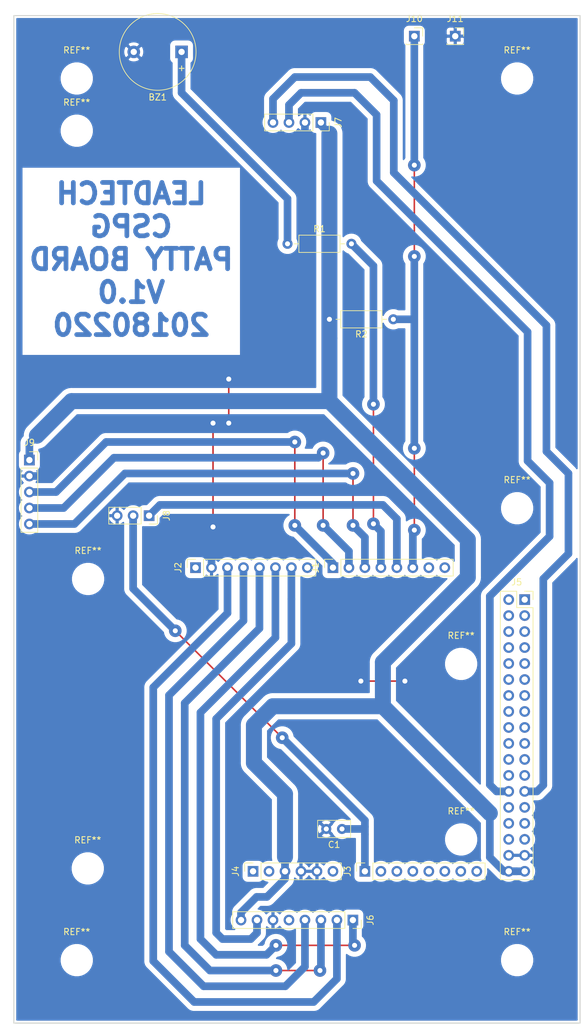
<source format=kicad_pcb>
(kicad_pcb (version 20171130) (host pcbnew "(5.1.4)-1")

  (general
    (thickness 1.6)
    (drawings 5)
    (tracks 180)
    (zones 0)
    (modules 25)
    (nets 63)
  )

  (page A4)
  (layers
    (0 F.Cu signal)
    (31 B.Cu signal)
    (32 B.Adhes user)
    (33 F.Adhes user)
    (34 B.Paste user)
    (35 F.Paste user)
    (36 B.SilkS user)
    (37 F.SilkS user)
    (38 B.Mask user)
    (39 F.Mask user)
    (40 Dwgs.User user)
    (41 Cmts.User user)
    (42 Eco1.User user)
    (43 Eco2.User user)
    (44 Edge.Cuts user)
    (45 Margin user)
    (46 B.CrtYd user)
    (47 F.CrtYd user)
    (48 B.Fab user)
    (49 F.Fab user)
  )

  (setup
    (last_trace_width 2.54)
    (user_trace_width 1.2192)
    (user_trace_width 2.54)
    (trace_clearance 0.8128)
    (zone_clearance 0.508)
    (zone_45_only no)
    (trace_min 0.2)
    (via_size 0.8)
    (via_drill 0.4)
    (via_min_size 0.4)
    (via_min_drill 0.3)
    (user_via 1.6 0.8)
    (uvia_size 0.3)
    (uvia_drill 0.1)
    (uvias_allowed no)
    (uvia_min_size 0.2)
    (uvia_min_drill 0.1)
    (edge_width 0.05)
    (segment_width 0.2)
    (pcb_text_width 0.3)
    (pcb_text_size 1.5 1.5)
    (mod_edge_width 0.12)
    (mod_text_size 1 1)
    (mod_text_width 0.15)
    (pad_size 1.524 1.524)
    (pad_drill 0.762)
    (pad_to_mask_clearance 0.051)
    (solder_mask_min_width 0.25)
    (aux_axis_origin 0 0)
    (grid_origin 81.04 182.3)
    (visible_elements 7FFFFFFF)
    (pcbplotparams
      (layerselection 0x010fc_ffffffff)
      (usegerberextensions false)
      (usegerberattributes false)
      (usegerberadvancedattributes false)
      (creategerberjobfile false)
      (excludeedgelayer true)
      (linewidth 0.100000)
      (plotframeref false)
      (viasonmask false)
      (mode 1)
      (useauxorigin false)
      (hpglpennumber 1)
      (hpglpenspeed 20)
      (hpglpendiameter 15.000000)
      (psnegative false)
      (psa4output false)
      (plotreference true)
      (plotvalue true)
      (plotinvisibletext false)
      (padsonsilk false)
      (subtractmaskfromsilk false)
      (outputformat 1)
      (mirror false)
      (drillshape 1)
      (scaleselection 1)
      (outputdirectory ""))
  )

  (net 0 "")
  (net 1 "Net-(J1-Pad8)")
  (net 2 "Net-(J1-Pad7)")
  (net 3 "Net-(J1-Pad6)")
  (net 4 "Net-(J1-Pad5)")
  (net 5 "Net-(J1-Pad4)")
  (net 6 "Net-(J1-Pad3)")
  (net 7 "Net-(J1-Pad2)")
  (net 8 "Net-(J1-Pad1)")
  (net 9 "Net-(J2-Pad8)")
  (net 10 "Net-(J2-Pad7)")
  (net 11 "Net-(J2-Pad6)")
  (net 12 "Net-(J2-Pad5)")
  (net 13 "Net-(J2-Pad4)")
  (net 14 "Net-(J2-Pad3)")
  (net 15 "Net-(J2-Pad1)")
  (net 16 "Net-(J3-Pad8)")
  (net 17 "Net-(J3-Pad7)")
  (net 18 "Net-(J3-Pad6)")
  (net 19 "Net-(J3-Pad5)")
  (net 20 "Net-(J3-Pad4)")
  (net 21 "Net-(J3-Pad3)")
  (net 22 "Net-(J3-Pad2)")
  (net 23 "Net-(J4-Pad6)")
  (net 24 +5V)
  (net 25 GND)
  (net 26 "Net-(J4-Pad1)")
  (net 27 "Net-(J5-Pad32)")
  (net 28 "Net-(J5-Pad31)")
  (net 29 "Net-(J5-Pad30)")
  (net 30 "Net-(J5-Pad29)")
  (net 31 "Net-(J5-Pad28)")
  (net 32 "Net-(J5-Pad27)")
  (net 33 "Net-(J5-Pad26)")
  (net 34 "Net-(J5-Pad25)")
  (net 35 "Net-(J5-Pad24)")
  (net 36 "Net-(J5-Pad23)")
  (net 37 "Net-(J5-Pad22)")
  (net 38 "Net-(J5-Pad21)")
  (net 39 "Net-(J5-Pad20)")
  (net 40 "Net-(J5-Pad19)")
  (net 41 "Net-(J5-Pad18)")
  (net 42 "Net-(J5-Pad17)")
  (net 43 "Net-(J5-Pad16)")
  (net 44 "Net-(J5-Pad15)")
  (net 45 "Net-(J5-Pad14)")
  (net 46 "Net-(J5-Pad13)")
  (net 47 "Net-(J5-Pad12)")
  (net 48 "Net-(J5-Pad11)")
  (net 49 "Net-(J5-Pad10)")
  (net 50 "Net-(J5-Pad9)")
  (net 51 "Net-(J5-Pad8)")
  (net 52 "Net-(J5-Pad7)")
  (net 53 "Net-(J5-Pad6)")
  (net 54 "Net-(J5-Pad5)")
  (net 55 "Net-(J5-Pad4)")
  (net 56 "Net-(J5-Pad3)")
  (net 57 "Net-(J5-Pad2)")
  (net 58 "Net-(J5-Pad1)")
  (net 59 "Net-(J6-Pad5)")
  (net 60 "Net-(J4-Pad2)")
  (net 61 "Net-(BZ1-Pad1)")
  (net 62 "Net-(C1-Pad1)")

  (net_class Default "This is the default net class."
    (clearance 0.8128)
    (trace_width 0.25)
    (via_dia 0.8)
    (via_drill 0.4)
    (uvia_dia 0.3)
    (uvia_drill 0.1)
    (add_net +5V)
    (add_net GND)
    (add_net "Net-(BZ1-Pad1)")
    (add_net "Net-(C1-Pad1)")
    (add_net "Net-(J1-Pad1)")
    (add_net "Net-(J1-Pad2)")
    (add_net "Net-(J1-Pad3)")
    (add_net "Net-(J1-Pad4)")
    (add_net "Net-(J1-Pad5)")
    (add_net "Net-(J1-Pad6)")
    (add_net "Net-(J1-Pad7)")
    (add_net "Net-(J1-Pad8)")
    (add_net "Net-(J2-Pad1)")
    (add_net "Net-(J2-Pad3)")
    (add_net "Net-(J2-Pad4)")
    (add_net "Net-(J2-Pad5)")
    (add_net "Net-(J2-Pad6)")
    (add_net "Net-(J2-Pad7)")
    (add_net "Net-(J2-Pad8)")
    (add_net "Net-(J3-Pad2)")
    (add_net "Net-(J3-Pad3)")
    (add_net "Net-(J3-Pad4)")
    (add_net "Net-(J3-Pad5)")
    (add_net "Net-(J3-Pad6)")
    (add_net "Net-(J3-Pad7)")
    (add_net "Net-(J3-Pad8)")
    (add_net "Net-(J4-Pad1)")
    (add_net "Net-(J4-Pad2)")
    (add_net "Net-(J4-Pad6)")
    (add_net "Net-(J5-Pad1)")
    (add_net "Net-(J5-Pad10)")
    (add_net "Net-(J5-Pad11)")
    (add_net "Net-(J5-Pad12)")
    (add_net "Net-(J5-Pad13)")
    (add_net "Net-(J5-Pad14)")
    (add_net "Net-(J5-Pad15)")
    (add_net "Net-(J5-Pad16)")
    (add_net "Net-(J5-Pad17)")
    (add_net "Net-(J5-Pad18)")
    (add_net "Net-(J5-Pad19)")
    (add_net "Net-(J5-Pad2)")
    (add_net "Net-(J5-Pad20)")
    (add_net "Net-(J5-Pad21)")
    (add_net "Net-(J5-Pad22)")
    (add_net "Net-(J5-Pad23)")
    (add_net "Net-(J5-Pad24)")
    (add_net "Net-(J5-Pad25)")
    (add_net "Net-(J5-Pad26)")
    (add_net "Net-(J5-Pad27)")
    (add_net "Net-(J5-Pad28)")
    (add_net "Net-(J5-Pad29)")
    (add_net "Net-(J5-Pad3)")
    (add_net "Net-(J5-Pad30)")
    (add_net "Net-(J5-Pad31)")
    (add_net "Net-(J5-Pad32)")
    (add_net "Net-(J5-Pad4)")
    (add_net "Net-(J5-Pad5)")
    (add_net "Net-(J5-Pad6)")
    (add_net "Net-(J5-Pad7)")
    (add_net "Net-(J5-Pad8)")
    (add_net "Net-(J5-Pad9)")
    (add_net "Net-(J6-Pad5)")
  )

  (module Resistor_THT:R_Axial_DIN0207_L6.3mm_D2.5mm_P10.16mm_Horizontal (layer F.Cu) (tedit 5AE5139B) (tstamp 5E4D91B5)
    (at 142.7 72.3 180)
    (descr "Resistor, Axial_DIN0207 series, Axial, Horizontal, pin pitch=10.16mm, 0.25W = 1/4W, length*diameter=6.3*2.5mm^2, http://cdn-reichelt.de/documents/datenblatt/B400/1_4W%23YAG.pdf")
    (tags "Resistor Axial_DIN0207 series Axial Horizontal pin pitch 10.16mm 0.25W = 1/4W length 6.3mm diameter 2.5mm")
    (path /5E4E7B4E)
    (fp_text reference R2 (at 5.08 -2.37) (layer F.SilkS)
      (effects (font (size 1 1) (thickness 0.15)))
    )
    (fp_text value 10K (at 5.08 2.37) (layer F.Fab)
      (effects (font (size 1 1) (thickness 0.15)))
    )
    (fp_text user %R (at 5.08 0) (layer F.Fab)
      (effects (font (size 1 1) (thickness 0.15)))
    )
    (fp_line (start 11.21 -1.5) (end -1.05 -1.5) (layer F.CrtYd) (width 0.05))
    (fp_line (start 11.21 1.5) (end 11.21 -1.5) (layer F.CrtYd) (width 0.05))
    (fp_line (start -1.05 1.5) (end 11.21 1.5) (layer F.CrtYd) (width 0.05))
    (fp_line (start -1.05 -1.5) (end -1.05 1.5) (layer F.CrtYd) (width 0.05))
    (fp_line (start 9.12 0) (end 8.35 0) (layer F.SilkS) (width 0.12))
    (fp_line (start 1.04 0) (end 1.81 0) (layer F.SilkS) (width 0.12))
    (fp_line (start 8.35 -1.37) (end 1.81 -1.37) (layer F.SilkS) (width 0.12))
    (fp_line (start 8.35 1.37) (end 8.35 -1.37) (layer F.SilkS) (width 0.12))
    (fp_line (start 1.81 1.37) (end 8.35 1.37) (layer F.SilkS) (width 0.12))
    (fp_line (start 1.81 -1.37) (end 1.81 1.37) (layer F.SilkS) (width 0.12))
    (fp_line (start 10.16 0) (end 8.23 0) (layer F.Fab) (width 0.1))
    (fp_line (start 0 0) (end 1.93 0) (layer F.Fab) (width 0.1))
    (fp_line (start 8.23 -1.25) (end 1.93 -1.25) (layer F.Fab) (width 0.1))
    (fp_line (start 8.23 1.25) (end 8.23 -1.25) (layer F.Fab) (width 0.1))
    (fp_line (start 1.93 1.25) (end 8.23 1.25) (layer F.Fab) (width 0.1))
    (fp_line (start 1.93 -1.25) (end 1.93 1.25) (layer F.Fab) (width 0.1))
    (pad 2 thru_hole oval (at 10.16 0 180) (size 1.6 1.6) (drill 0.8) (layers *.Cu *.Mask)
      (net 24 +5V))
    (pad 1 thru_hole circle (at 0 0 180) (size 1.6 1.6) (drill 0.8) (layers *.Cu *.Mask)
      (net 3 "Net-(J1-Pad6)"))
    (model ${KISYS3DMOD}/Resistor_THT.3dshapes/R_Axial_DIN0207_L6.3mm_D2.5mm_P10.16mm_Horizontal.wrl
      (at (xyz 0 0 0))
      (scale (xyz 1 1 1))
      (rotate (xyz 0 0 0))
    )
  )

  (module Resistor_THT:R_Axial_DIN0207_L6.3mm_D2.5mm_P10.16mm_Horizontal (layer F.Cu) (tedit 5AE5139B) (tstamp 5E4D94C3)
    (at 125.88 60.3)
    (descr "Resistor, Axial_DIN0207 series, Axial, Horizontal, pin pitch=10.16mm, 0.25W = 1/4W, length*diameter=6.3*2.5mm^2, http://cdn-reichelt.de/documents/datenblatt/B400/1_4W%23YAG.pdf")
    (tags "Resistor Axial_DIN0207 series Axial Horizontal pin pitch 10.16mm 0.25W = 1/4W length 6.3mm diameter 2.5mm")
    (path /5E4DAEDF)
    (fp_text reference R1 (at 5.08 -2.37) (layer F.SilkS)
      (effects (font (size 1 1) (thickness 0.15)))
    )
    (fp_text value 100R (at 5.08 2.37) (layer F.Fab)
      (effects (font (size 1 1) (thickness 0.15)))
    )
    (fp_text user %R (at 5.08 0) (layer F.Fab)
      (effects (font (size 1 1) (thickness 0.15)))
    )
    (fp_line (start 11.21 -1.5) (end -1.05 -1.5) (layer F.CrtYd) (width 0.05))
    (fp_line (start 11.21 1.5) (end 11.21 -1.5) (layer F.CrtYd) (width 0.05))
    (fp_line (start -1.05 1.5) (end 11.21 1.5) (layer F.CrtYd) (width 0.05))
    (fp_line (start -1.05 -1.5) (end -1.05 1.5) (layer F.CrtYd) (width 0.05))
    (fp_line (start 9.12 0) (end 8.35 0) (layer F.SilkS) (width 0.12))
    (fp_line (start 1.04 0) (end 1.81 0) (layer F.SilkS) (width 0.12))
    (fp_line (start 8.35 -1.37) (end 1.81 -1.37) (layer F.SilkS) (width 0.12))
    (fp_line (start 8.35 1.37) (end 8.35 -1.37) (layer F.SilkS) (width 0.12))
    (fp_line (start 1.81 1.37) (end 8.35 1.37) (layer F.SilkS) (width 0.12))
    (fp_line (start 1.81 -1.37) (end 1.81 1.37) (layer F.SilkS) (width 0.12))
    (fp_line (start 10.16 0) (end 8.23 0) (layer F.Fab) (width 0.1))
    (fp_line (start 0 0) (end 1.93 0) (layer F.Fab) (width 0.1))
    (fp_line (start 8.23 -1.25) (end 1.93 -1.25) (layer F.Fab) (width 0.1))
    (fp_line (start 8.23 1.25) (end 8.23 -1.25) (layer F.Fab) (width 0.1))
    (fp_line (start 1.93 1.25) (end 8.23 1.25) (layer F.Fab) (width 0.1))
    (fp_line (start 1.93 -1.25) (end 1.93 1.25) (layer F.Fab) (width 0.1))
    (pad 2 thru_hole oval (at 10.16 0) (size 1.6 1.6) (drill 0.8) (layers *.Cu *.Mask)
      (net 5 "Net-(J1-Pad4)"))
    (pad 1 thru_hole circle (at 0 0) (size 1.6 1.6) (drill 0.8) (layers *.Cu *.Mask)
      (net 61 "Net-(BZ1-Pad1)"))
    (model ${KISYS3DMOD}/Resistor_THT.3dshapes/R_Axial_DIN0207_L6.3mm_D2.5mm_P10.16mm_Horizontal.wrl
      (at (xyz 0 0 0))
      (scale (xyz 1 1 1))
      (rotate (xyz 0 0 0))
    )
  )

  (module Connector_PinSocket_2.54mm:PinSocket_1x01_P2.54mm_Vertical (layer F.Cu) (tedit 5A19A434) (tstamp 5E4D9641)
    (at 152.54 27.3)
    (descr "Through hole straight socket strip, 1x01, 2.54mm pitch, single row (from Kicad 4.0.7), script generated")
    (tags "Through hole socket strip THT 1x01 2.54mm single row")
    (path /5E4F7D40)
    (fp_text reference J11 (at 0 -2.77) (layer F.SilkS)
      (effects (font (size 1 1) (thickness 0.15)))
    )
    (fp_text value Conn_01x01 (at 0 2.77) (layer F.Fab)
      (effects (font (size 1 1) (thickness 0.15)))
    )
    (fp_text user %R (at 3 0) (layer F.Fab)
      (effects (font (size 1 1) (thickness 0.15)))
    )
    (fp_line (start -1.8 1.75) (end -1.8 -1.8) (layer F.CrtYd) (width 0.05))
    (fp_line (start 1.75 1.75) (end -1.8 1.75) (layer F.CrtYd) (width 0.05))
    (fp_line (start 1.75 -1.8) (end 1.75 1.75) (layer F.CrtYd) (width 0.05))
    (fp_line (start -1.8 -1.8) (end 1.75 -1.8) (layer F.CrtYd) (width 0.05))
    (fp_line (start 0 -1.33) (end 1.33 -1.33) (layer F.SilkS) (width 0.12))
    (fp_line (start 1.33 -1.33) (end 1.33 0) (layer F.SilkS) (width 0.12))
    (fp_line (start 1.33 1.21) (end 1.33 1.33) (layer F.SilkS) (width 0.12))
    (fp_line (start -1.33 1.21) (end -1.33 1.33) (layer F.SilkS) (width 0.12))
    (fp_line (start -1.33 1.33) (end 1.33 1.33) (layer F.SilkS) (width 0.12))
    (fp_line (start -1.27 1.27) (end -1.27 -1.27) (layer F.Fab) (width 0.1))
    (fp_line (start 1.27 1.27) (end -1.27 1.27) (layer F.Fab) (width 0.1))
    (fp_line (start 1.27 -0.635) (end 1.27 1.27) (layer F.Fab) (width 0.1))
    (fp_line (start 0.635 -1.27) (end 1.27 -0.635) (layer F.Fab) (width 0.1))
    (fp_line (start -1.27 -1.27) (end 0.635 -1.27) (layer F.Fab) (width 0.1))
    (pad 1 thru_hole rect (at 0 0) (size 1.7 1.7) (drill 1) (layers *.Cu *.Mask)
      (net 25 GND))
    (model ${KISYS3DMOD}/Connector_PinSocket_2.54mm.3dshapes/PinSocket_1x01_P2.54mm_Vertical.wrl
      (at (xyz 0 0 0))
      (scale (xyz 1 1 1))
      (rotate (xyz 0 0 0))
    )
  )

  (module Connector_PinSocket_2.54mm:PinSocket_1x01_P2.54mm_Vertical (layer F.Cu) (tedit 5A19A434) (tstamp 5E4D9561)
    (at 146.04 27.3)
    (descr "Through hole straight socket strip, 1x01, 2.54mm pitch, single row (from Kicad 4.0.7), script generated")
    (tags "Through hole socket strip THT 1x01 2.54mm single row")
    (path /5E4F7869)
    (fp_text reference J10 (at 0 -2.77) (layer F.SilkS)
      (effects (font (size 1 1) (thickness 0.15)))
    )
    (fp_text value Conn_01x01 (at 0 2.77) (layer F.Fab)
      (effects (font (size 1 1) (thickness 0.15)))
    )
    (fp_text user %R (at -3.9 0.8) (layer F.Fab)
      (effects (font (size 1 1) (thickness 0.15)))
    )
    (fp_line (start -1.8 1.75) (end -1.8 -1.8) (layer F.CrtYd) (width 0.05))
    (fp_line (start 1.75 1.75) (end -1.8 1.75) (layer F.CrtYd) (width 0.05))
    (fp_line (start 1.75 -1.8) (end 1.75 1.75) (layer F.CrtYd) (width 0.05))
    (fp_line (start -1.8 -1.8) (end 1.75 -1.8) (layer F.CrtYd) (width 0.05))
    (fp_line (start 0 -1.33) (end 1.33 -1.33) (layer F.SilkS) (width 0.12))
    (fp_line (start 1.33 -1.33) (end 1.33 0) (layer F.SilkS) (width 0.12))
    (fp_line (start 1.33 1.21) (end 1.33 1.33) (layer F.SilkS) (width 0.12))
    (fp_line (start -1.33 1.21) (end -1.33 1.33) (layer F.SilkS) (width 0.12))
    (fp_line (start -1.33 1.33) (end 1.33 1.33) (layer F.SilkS) (width 0.12))
    (fp_line (start -1.27 1.27) (end -1.27 -1.27) (layer F.Fab) (width 0.1))
    (fp_line (start 1.27 1.27) (end -1.27 1.27) (layer F.Fab) (width 0.1))
    (fp_line (start 1.27 -0.635) (end 1.27 1.27) (layer F.Fab) (width 0.1))
    (fp_line (start 0.635 -1.27) (end 1.27 -0.635) (layer F.Fab) (width 0.1))
    (fp_line (start -1.27 -1.27) (end 0.635 -1.27) (layer F.Fab) (width 0.1))
    (pad 1 thru_hole rect (at 0 0) (size 1.7 1.7) (drill 1) (layers *.Cu *.Mask)
      (net 3 "Net-(J1-Pad6)"))
    (model ${KISYS3DMOD}/Connector_PinSocket_2.54mm.3dshapes/PinSocket_1x01_P2.54mm_Vertical.wrl
      (at (xyz 0 0 0))
      (scale (xyz 1 1 1))
      (rotate (xyz 0 0 0))
    )
  )

  (module Capacitor_THT:C_Disc_D5.0mm_W2.5mm_P2.50mm (layer F.Cu) (tedit 5AE50EF0) (tstamp 5E4D8F59)
    (at 134.54 153.3 180)
    (descr "C, Disc series, Radial, pin pitch=2.50mm, , diameter*width=5*2.5mm^2, Capacitor, http://cdn-reichelt.de/documents/datenblatt/B300/DS_KERKO_TC.pdf")
    (tags "C Disc series Radial pin pitch 2.50mm  diameter 5mm width 2.5mm Capacitor")
    (path /5E4DDF01)
    (fp_text reference C1 (at 1.25 -2.5) (layer F.SilkS)
      (effects (font (size 1 1) (thickness 0.15)))
    )
    (fp_text value 0.1uF (at 1.25 2.5) (layer F.Fab)
      (effects (font (size 1 1) (thickness 0.15)))
    )
    (fp_text user %R (at 1.25 0) (layer F.Fab)
      (effects (font (size 1 1) (thickness 0.15)))
    )
    (fp_line (start 4 -1.5) (end -1.5 -1.5) (layer F.CrtYd) (width 0.05))
    (fp_line (start 4 1.5) (end 4 -1.5) (layer F.CrtYd) (width 0.05))
    (fp_line (start -1.5 1.5) (end 4 1.5) (layer F.CrtYd) (width 0.05))
    (fp_line (start -1.5 -1.5) (end -1.5 1.5) (layer F.CrtYd) (width 0.05))
    (fp_line (start 3.87 -1.37) (end 3.87 1.37) (layer F.SilkS) (width 0.12))
    (fp_line (start -1.37 -1.37) (end -1.37 1.37) (layer F.SilkS) (width 0.12))
    (fp_line (start -1.37 1.37) (end 3.87 1.37) (layer F.SilkS) (width 0.12))
    (fp_line (start -1.37 -1.37) (end 3.87 -1.37) (layer F.SilkS) (width 0.12))
    (fp_line (start 3.75 -1.25) (end -1.25 -1.25) (layer F.Fab) (width 0.1))
    (fp_line (start 3.75 1.25) (end 3.75 -1.25) (layer F.Fab) (width 0.1))
    (fp_line (start -1.25 1.25) (end 3.75 1.25) (layer F.Fab) (width 0.1))
    (fp_line (start -1.25 -1.25) (end -1.25 1.25) (layer F.Fab) (width 0.1))
    (pad 2 thru_hole circle (at 2.5 0 180) (size 1.6 1.6) (drill 0.8) (layers *.Cu *.Mask)
      (net 25 GND))
    (pad 1 thru_hole circle (at 0 0 180) (size 1.6 1.6) (drill 0.8) (layers *.Cu *.Mask)
      (net 62 "Net-(C1-Pad1)"))
    (model ${KISYS3DMOD}/Capacitor_THT.3dshapes/C_Disc_D5.0mm_W2.5mm_P2.50mm.wrl
      (at (xyz 0 0 0))
      (scale (xyz 1 1 1))
      (rotate (xyz 0 0 0))
    )
  )

  (module Buzzer_Beeper:Buzzer_12x9.5RM7.6 (layer F.Cu) (tedit 5A030281) (tstamp 5E4D8F46)
    (at 109.04 29.8 180)
    (descr "Generic Buzzer, D12mm height 9.5mm with RM7.6mm")
    (tags buzzer)
    (path /5E4D82B0)
    (fp_text reference BZ1 (at 3.8 -7.2) (layer F.SilkS)
      (effects (font (size 1 1) (thickness 0.15)))
    )
    (fp_text value Buzzer (at 3.8 7.4) (layer F.Fab)
      (effects (font (size 1 1) (thickness 0.15)))
    )
    (fp_circle (center 3.8 0) (end 9.9 0) (layer F.SilkS) (width 0.12))
    (fp_circle (center 3.8 0) (end 4.8 0) (layer F.Fab) (width 0.1))
    (fp_circle (center 3.8 0) (end 9.8 0) (layer F.Fab) (width 0.1))
    (fp_circle (center 3.8 0) (end 10.05 0) (layer F.CrtYd) (width 0.05))
    (fp_text user %R (at 3.8 -4) (layer F.Fab)
      (effects (font (size 1 1) (thickness 0.15)))
    )
    (fp_text user + (at -0.01 -2.54) (layer F.SilkS)
      (effects (font (size 1 1) (thickness 0.15)))
    )
    (fp_text user + (at -0.01 -2.54) (layer F.Fab)
      (effects (font (size 1 1) (thickness 0.15)))
    )
    (pad 2 thru_hole circle (at 7.6 0 180) (size 2 2) (drill 1) (layers *.Cu *.Mask)
      (net 25 GND))
    (pad 1 thru_hole rect (at 0 0 180) (size 2 2) (drill 1) (layers *.Cu *.Mask)
      (net 61 "Net-(BZ1-Pad1)"))
    (model ${KISYS3DMOD}/Buzzer_Beeper.3dshapes/Buzzer_12x9.5RM7.6.wrl
      (at (xyz 0 0 0))
      (scale (xyz 1 1 1))
      (rotate (xyz 0 0 0))
    )
  )

  (module Connector_PinSocket_2.54mm:PinSocket_1x05_P2.54mm_Vertical (layer F.Cu) (tedit 5A19A420) (tstamp 5E4D5C5D)
    (at 84.85 94.67)
    (descr "Through hole straight socket strip, 1x05, 2.54mm pitch, single row (from Kicad 4.0.7), script generated")
    (tags "Through hole socket strip THT 1x05 2.54mm single row")
    (path /5E4EEF9B)
    (fp_text reference J9 (at 0 -2.77) (layer F.SilkS)
      (effects (font (size 1 1) (thickness 0.15)))
    )
    (fp_text value Conn_01x05 (at 0 12.93) (layer F.Fab)
      (effects (font (size 1 1) (thickness 0.15)))
    )
    (fp_text user %R (at 0 5.08 90) (layer F.Fab)
      (effects (font (size 1 1) (thickness 0.15)))
    )
    (fp_line (start -1.8 11.9) (end -1.8 -1.8) (layer F.CrtYd) (width 0.05))
    (fp_line (start 1.75 11.9) (end -1.8 11.9) (layer F.CrtYd) (width 0.05))
    (fp_line (start 1.75 -1.8) (end 1.75 11.9) (layer F.CrtYd) (width 0.05))
    (fp_line (start -1.8 -1.8) (end 1.75 -1.8) (layer F.CrtYd) (width 0.05))
    (fp_line (start 0 -1.33) (end 1.33 -1.33) (layer F.SilkS) (width 0.12))
    (fp_line (start 1.33 -1.33) (end 1.33 0) (layer F.SilkS) (width 0.12))
    (fp_line (start 1.33 1.27) (end 1.33 11.49) (layer F.SilkS) (width 0.12))
    (fp_line (start -1.33 11.49) (end 1.33 11.49) (layer F.SilkS) (width 0.12))
    (fp_line (start -1.33 1.27) (end -1.33 11.49) (layer F.SilkS) (width 0.12))
    (fp_line (start -1.33 1.27) (end 1.33 1.27) (layer F.SilkS) (width 0.12))
    (fp_line (start -1.27 11.43) (end -1.27 -1.27) (layer F.Fab) (width 0.1))
    (fp_line (start 1.27 11.43) (end -1.27 11.43) (layer F.Fab) (width 0.1))
    (fp_line (start 1.27 -0.635) (end 1.27 11.43) (layer F.Fab) (width 0.1))
    (fp_line (start 0.635 -1.27) (end 1.27 -0.635) (layer F.Fab) (width 0.1))
    (fp_line (start -1.27 -1.27) (end 0.635 -1.27) (layer F.Fab) (width 0.1))
    (pad 5 thru_hole oval (at 0 10.16) (size 1.7 1.7) (drill 1) (layers *.Cu *.Mask)
      (net 6 "Net-(J1-Pad3)"))
    (pad 4 thru_hole oval (at 0 7.62) (size 1.7 1.7) (drill 1) (layers *.Cu *.Mask)
      (net 7 "Net-(J1-Pad2)"))
    (pad 3 thru_hole oval (at 0 5.08) (size 1.7 1.7) (drill 1) (layers *.Cu *.Mask)
      (net 8 "Net-(J1-Pad1)"))
    (pad 2 thru_hole oval (at 0 2.54) (size 1.7 1.7) (drill 1) (layers *.Cu *.Mask)
      (net 25 GND))
    (pad 1 thru_hole rect (at 0 0) (size 1.7 1.7) (drill 1) (layers *.Cu *.Mask)
      (net 24 +5V))
    (model ${KISYS3DMOD}/Connector_PinSocket_2.54mm.3dshapes/PinSocket_1x05_P2.54mm_Vertical.wrl
      (at (xyz 0 0 0))
      (scale (xyz 1 1 1))
      (rotate (xyz 0 0 0))
    )
  )

  (module Connector_PinSocket_2.54mm:PinSocket_1x03_P2.54mm_Vertical (layer F.Cu) (tedit 5A19A429) (tstamp 5E4D5C44)
    (at 103.88 103.510001 270)
    (descr "Through hole straight socket strip, 1x03, 2.54mm pitch, single row (from Kicad 4.0.7), script generated")
    (tags "Through hole socket strip THT 1x03 2.54mm single row")
    (path /5E4F77A0)
    (fp_text reference J8 (at 0 -2.77 90) (layer F.SilkS)
      (effects (font (size 1 1) (thickness 0.15)))
    )
    (fp_text value Conn_01x03 (at 0 7.85 90) (layer F.Fab)
      (effects (font (size 1 1) (thickness 0.15)))
    )
    (fp_line (start -1.27 -1.27) (end 0.635 -1.27) (layer F.Fab) (width 0.1))
    (fp_line (start 0.635 -1.27) (end 1.27 -0.635) (layer F.Fab) (width 0.1))
    (fp_line (start 1.27 -0.635) (end 1.27 6.35) (layer F.Fab) (width 0.1))
    (fp_line (start 1.27 6.35) (end -1.27 6.35) (layer F.Fab) (width 0.1))
    (fp_line (start -1.27 6.35) (end -1.27 -1.27) (layer F.Fab) (width 0.1))
    (fp_line (start -1.33 1.27) (end 1.33 1.27) (layer F.SilkS) (width 0.12))
    (fp_line (start -1.33 1.27) (end -1.33 6.41) (layer F.SilkS) (width 0.12))
    (fp_line (start -1.33 6.41) (end 1.33 6.41) (layer F.SilkS) (width 0.12))
    (fp_line (start 1.33 1.27) (end 1.33 6.41) (layer F.SilkS) (width 0.12))
    (fp_line (start 1.33 -1.33) (end 1.33 0) (layer F.SilkS) (width 0.12))
    (fp_line (start 0 -1.33) (end 1.33 -1.33) (layer F.SilkS) (width 0.12))
    (fp_line (start -1.8 -1.8) (end 1.75 -1.8) (layer F.CrtYd) (width 0.05))
    (fp_line (start 1.75 -1.8) (end 1.75 6.85) (layer F.CrtYd) (width 0.05))
    (fp_line (start 1.75 6.85) (end -1.8 6.85) (layer F.CrtYd) (width 0.05))
    (fp_line (start -1.8 6.85) (end -1.8 -1.8) (layer F.CrtYd) (width 0.05))
    (fp_text user %R (at 0 2.54) (layer F.Fab)
      (effects (font (size 1 1) (thickness 0.15)))
    )
    (pad 1 thru_hole rect (at 0 0 270) (size 1.7 1.7) (drill 1) (layers *.Cu *.Mask)
      (net 4 "Net-(J1-Pad5)"))
    (pad 2 thru_hole oval (at 0 2.54 270) (size 1.7 1.7) (drill 1) (layers *.Cu *.Mask)
      (net 62 "Net-(C1-Pad1)"))
    (pad 3 thru_hole oval (at 0 5.08 270) (size 1.7 1.7) (drill 1) (layers *.Cu *.Mask)
      (net 25 GND))
    (model ${KISYS3DMOD}/Connector_PinSocket_2.54mm.3dshapes/PinSocket_1x03_P2.54mm_Vertical.wrl
      (at (xyz 0 0 0))
      (scale (xyz 1 1 1))
      (rotate (xyz 0 0 0))
    )
  )

  (module MountingHole:MountingHole_3.5mm (layer F.Cu) (tedit 56D1B4CB) (tstamp 5E4D4EAC)
    (at 162.38 34.025001)
    (descr "Mounting Hole 3.5mm, no annular")
    (tags "mounting hole 3.5mm no annular")
    (attr virtual)
    (fp_text reference REF** (at 0 -4.5) (layer F.SilkS)
      (effects (font (size 1 1) (thickness 0.15)))
    )
    (fp_text value MountingHole_3.5mm (at 0 4.5) (layer F.Fab)
      (effects (font (size 1 1) (thickness 0.15)))
    )
    (fp_circle (center 0 0) (end 3.75 0) (layer F.CrtYd) (width 0.05))
    (fp_circle (center 0 0) (end 3.5 0) (layer Cmts.User) (width 0.15))
    (fp_text user %R (at 0.3 0) (layer F.Fab)
      (effects (font (size 1 1) (thickness 0.15)))
    )
    (pad 1 np_thru_hole circle (at 0 0) (size 3.5 3.5) (drill 3.5) (layers *.Cu *.Mask))
  )

  (module MountingHole:MountingHole_3.5mm (layer F.Cu) (tedit 56D1B4CB) (tstamp 5E4D4F77)
    (at 162.38 174.150001)
    (descr "Mounting Hole 3.5mm, no annular")
    (tags "mounting hole 3.5mm no annular")
    (attr virtual)
    (fp_text reference REF** (at 0 -4.5) (layer F.SilkS)
      (effects (font (size 1 1) (thickness 0.15)))
    )
    (fp_text value MountingHole_3.5mm (at 0 4.5) (layer F.Fab)
      (effects (font (size 1 1) (thickness 0.15)))
    )
    (fp_circle (center 0 0) (end 3.75 0) (layer F.CrtYd) (width 0.05))
    (fp_circle (center 0 0) (end 3.5 0) (layer Cmts.User) (width 0.15))
    (fp_text user %R (at 0.3 0) (layer F.Fab)
      (effects (font (size 1 1) (thickness 0.15)))
    )
    (pad 1 np_thru_hole circle (at 0 0) (size 3.5 3.5) (drill 3.5) (layers *.Cu *.Mask))
  )

  (module MountingHole:MountingHole_3.5mm (layer F.Cu) (tedit 56D1B4CB) (tstamp 5E4D4F5A)
    (at 92.38 174.150001)
    (descr "Mounting Hole 3.5mm, no annular")
    (tags "mounting hole 3.5mm no annular")
    (attr virtual)
    (fp_text reference REF** (at 0 -4.5) (layer F.SilkS)
      (effects (font (size 1 1) (thickness 0.15)))
    )
    (fp_text value MountingHole_3.5mm (at 0 4.5) (layer F.Fab)
      (effects (font (size 1 1) (thickness 0.15)))
    )
    (fp_circle (center 0 0) (end 3.75 0) (layer F.CrtYd) (width 0.05))
    (fp_circle (center 0 0) (end 3.5 0) (layer Cmts.User) (width 0.15))
    (fp_text user %R (at 0.3 0) (layer F.Fab)
      (effects (font (size 1 1) (thickness 0.15)))
    )
    (pad 1 np_thru_hole circle (at 0 0) (size 3.5 3.5) (drill 3.5) (layers *.Cu *.Mask))
  )

  (module MountingHole:MountingHole_3.5mm (layer F.Cu) (tedit 56D1B4CB) (tstamp 5E4D4F3D)
    (at 94.13 159.570001)
    (descr "Mounting Hole 3.5mm, no annular")
    (tags "mounting hole 3.5mm no annular")
    (attr virtual)
    (fp_text reference REF** (at 0 -4.5) (layer F.SilkS)
      (effects (font (size 1 1) (thickness 0.15)))
    )
    (fp_text value MountingHole_3.5mm (at 0 4.5) (layer F.Fab)
      (effects (font (size 1 1) (thickness 0.15)))
    )
    (fp_circle (center 0 0) (end 3.75 0) (layer F.CrtYd) (width 0.05))
    (fp_circle (center 0 0) (end 3.5 0) (layer Cmts.User) (width 0.15))
    (fp_text user %R (at 0.3 0) (layer F.Fab)
      (effects (font (size 1 1) (thickness 0.15)))
    )
    (pad 1 np_thru_hole circle (at 0 0) (size 3.5 3.5) (drill 3.5) (layers *.Cu *.Mask))
  )

  (module MountingHole:MountingHole_3.5mm (layer F.Cu) (tedit 56D1B4CB) (tstamp 5E4D4F20)
    (at 153.48 154.970001)
    (descr "Mounting Hole 3.5mm, no annular")
    (tags "mounting hole 3.5mm no annular")
    (attr virtual)
    (fp_text reference REF** (at 0 -4.5) (layer F.SilkS)
      (effects (font (size 1 1) (thickness 0.15)))
    )
    (fp_text value MountingHole_3.5mm (at 0 4.5) (layer F.Fab)
      (effects (font (size 1 1) (thickness 0.15)))
    )
    (fp_circle (center 0 0) (end 3.75 0) (layer F.CrtYd) (width 0.05))
    (fp_circle (center 0 0) (end 3.5 0) (layer Cmts.User) (width 0.15))
    (fp_text user %R (at 0.3 0) (layer F.Fab)
      (effects (font (size 1 1) (thickness 0.15)))
    )
    (pad 1 np_thru_hole circle (at 0 0) (size 3.5 3.5) (drill 3.5) (layers *.Cu *.Mask))
  )

  (module MountingHole:MountingHole_3.5mm (layer F.Cu) (tedit 56D1B4CB) (tstamp 5E4D4F03)
    (at 153.48 127.070001)
    (descr "Mounting Hole 3.5mm, no annular")
    (tags "mounting hole 3.5mm no annular")
    (attr virtual)
    (fp_text reference REF** (at 0 -4.5) (layer F.SilkS)
      (effects (font (size 1 1) (thickness 0.15)))
    )
    (fp_text value MountingHole_3.5mm (at 0 4.5) (layer F.Fab)
      (effects (font (size 1 1) (thickness 0.15)))
    )
    (fp_circle (center 0 0) (end 3.75 0) (layer F.CrtYd) (width 0.05))
    (fp_circle (center 0 0) (end 3.5 0) (layer Cmts.User) (width 0.15))
    (fp_text user %R (at 0.3 0) (layer F.Fab)
      (effects (font (size 1 1) (thickness 0.15)))
    )
    (pad 1 np_thru_hole circle (at 0 0) (size 3.5 3.5) (drill 3.5) (layers *.Cu *.Mask))
  )

  (module MountingHole:MountingHole_3.5mm (layer F.Cu) (tedit 56D1B4CB) (tstamp 5E4D4EE6)
    (at 94.18 113.570001)
    (descr "Mounting Hole 3.5mm, no annular")
    (tags "mounting hole 3.5mm no annular")
    (attr virtual)
    (fp_text reference REF** (at 0 -4.5) (layer F.SilkS)
      (effects (font (size 1 1) (thickness 0.15)))
    )
    (fp_text value MountingHole_3.5mm (at 0 4.5) (layer F.Fab)
      (effects (font (size 1 1) (thickness 0.15)))
    )
    (fp_circle (center 0 0) (end 3.75 0) (layer F.CrtYd) (width 0.05))
    (fp_circle (center 0 0) (end 3.5 0) (layer Cmts.User) (width 0.15))
    (fp_text user %R (at 0.3 0) (layer F.Fab)
      (effects (font (size 1 1) (thickness 0.15)))
    )
    (pad 1 np_thru_hole circle (at 0 0) (size 3.5 3.5) (drill 3.5) (layers *.Cu *.Mask))
  )

  (module MountingHole:MountingHole_3.5mm (layer F.Cu) (tedit 56D1B4CB) (tstamp 5E4D4EC9)
    (at 162.38 102.325001)
    (descr "Mounting Hole 3.5mm, no annular")
    (tags "mounting hole 3.5mm no annular")
    (attr virtual)
    (fp_text reference REF** (at 0 -4.5) (layer F.SilkS)
      (effects (font (size 1 1) (thickness 0.15)))
    )
    (fp_text value MountingHole_3.5mm (at 0 4.5) (layer F.Fab)
      (effects (font (size 1 1) (thickness 0.15)))
    )
    (fp_circle (center 0 0) (end 3.75 0) (layer F.CrtYd) (width 0.05))
    (fp_circle (center 0 0) (end 3.5 0) (layer Cmts.User) (width 0.15))
    (fp_text user %R (at 0.3 0) (layer F.Fab)
      (effects (font (size 1 1) (thickness 0.15)))
    )
    (pad 1 np_thru_hole circle (at 0 0) (size 3.5 3.5) (drill 3.5) (layers *.Cu *.Mask))
  )

  (module MountingHole:MountingHole_3.5mm (layer F.Cu) (tedit 56D1B4CB) (tstamp 5E4D4E8F)
    (at 92.38 42.325001)
    (descr "Mounting Hole 3.5mm, no annular")
    (tags "mounting hole 3.5mm no annular")
    (attr virtual)
    (fp_text reference REF** (at 0 -4.5) (layer F.SilkS)
      (effects (font (size 1 1) (thickness 0.15)))
    )
    (fp_text value MountingHole_3.5mm (at 0 4.5) (layer F.Fab)
      (effects (font (size 1 1) (thickness 0.15)))
    )
    (fp_circle (center 0 0) (end 3.75 0) (layer F.CrtYd) (width 0.05))
    (fp_circle (center 0 0) (end 3.5 0) (layer Cmts.User) (width 0.15))
    (fp_text user %R (at 0.3 0) (layer F.Fab)
      (effects (font (size 1 1) (thickness 0.15)))
    )
    (pad 1 np_thru_hole circle (at 0 0) (size 3.5 3.5) (drill 3.5) (layers *.Cu *.Mask))
  )

  (module MountingHole:MountingHole_3.5mm (layer F.Cu) (tedit 56D1B4CB) (tstamp 5E4D4E03)
    (at 92.38 34.025001)
    (descr "Mounting Hole 3.5mm, no annular")
    (tags "mounting hole 3.5mm no annular")
    (attr virtual)
    (fp_text reference REF** (at 0 -4.5) (layer F.SilkS)
      (effects (font (size 1 1) (thickness 0.15)))
    )
    (fp_text value MountingHole_3.5mm (at 0 4.5) (layer F.Fab)
      (effects (font (size 1 1) (thickness 0.15)))
    )
    (fp_text user %R (at 0.3 0) (layer F.Fab)
      (effects (font (size 1 1) (thickness 0.15)))
    )
    (fp_circle (center 0 0) (end 3.5 0) (layer Cmts.User) (width 0.15))
    (fp_circle (center 0 0) (end 3.75 0) (layer F.CrtYd) (width 0.05))
    (pad 1 np_thru_hole circle (at 0 0) (size 3.5 3.5) (drill 3.5) (layers *.Cu *.Mask))
  )

  (module Connector_PinSocket_2.54mm:PinSocket_1x04_P2.54mm_Vertical (layer F.Cu) (tedit 5A19A429) (tstamp 5E4CA978)
    (at 131.19 41.020001 270)
    (descr "Through hole straight socket strip, 1x04, 2.54mm pitch, single row (from Kicad 4.0.7), script generated")
    (tags "Through hole socket strip THT 1x04 2.54mm single row")
    (path /5E4E9BB6)
    (fp_text reference J7 (at 0 -2.77 90) (layer F.SilkS)
      (effects (font (size 1 1) (thickness 0.15)))
    )
    (fp_text value Conn_01x04 (at 0 10.39 90) (layer F.Fab)
      (effects (font (size 1 1) (thickness 0.15)))
    )
    (fp_text user %R (at 0 3.81) (layer F.Fab)
      (effects (font (size 1 1) (thickness 0.15)))
    )
    (fp_line (start -1.8 9.4) (end -1.8 -1.8) (layer F.CrtYd) (width 0.05))
    (fp_line (start 1.75 9.4) (end -1.8 9.4) (layer F.CrtYd) (width 0.05))
    (fp_line (start 1.75 -1.8) (end 1.75 9.4) (layer F.CrtYd) (width 0.05))
    (fp_line (start -1.8 -1.8) (end 1.75 -1.8) (layer F.CrtYd) (width 0.05))
    (fp_line (start 0 -1.33) (end 1.33 -1.33) (layer F.SilkS) (width 0.12))
    (fp_line (start 1.33 -1.33) (end 1.33 0) (layer F.SilkS) (width 0.12))
    (fp_line (start 1.33 1.27) (end 1.33 8.95) (layer F.SilkS) (width 0.12))
    (fp_line (start -1.33 8.95) (end 1.33 8.95) (layer F.SilkS) (width 0.12))
    (fp_line (start -1.33 1.27) (end -1.33 8.95) (layer F.SilkS) (width 0.12))
    (fp_line (start -1.33 1.27) (end 1.33 1.27) (layer F.SilkS) (width 0.12))
    (fp_line (start -1.27 8.89) (end -1.27 -1.27) (layer F.Fab) (width 0.1))
    (fp_line (start 1.27 8.89) (end -1.27 8.89) (layer F.Fab) (width 0.1))
    (fp_line (start 1.27 -0.635) (end 1.27 8.89) (layer F.Fab) (width 0.1))
    (fp_line (start 0.635 -1.27) (end 1.27 -0.635) (layer F.Fab) (width 0.1))
    (fp_line (start -1.27 -1.27) (end 0.635 -1.27) (layer F.Fab) (width 0.1))
    (pad 4 thru_hole oval (at 0 7.62 270) (size 1.7 1.7) (drill 1) (layers *.Cu *.Mask)
      (net 34 "Net-(J5-Pad25)"))
    (pad 3 thru_hole oval (at 0 5.08 270) (size 1.7 1.7) (drill 1) (layers *.Cu *.Mask)
      (net 33 "Net-(J5-Pad26)"))
    (pad 2 thru_hole oval (at 0 2.54 270) (size 1.7 1.7) (drill 1) (layers *.Cu *.Mask)
      (net 25 GND))
    (pad 1 thru_hole rect (at 0 0 270) (size 1.7 1.7) (drill 1) (layers *.Cu *.Mask)
      (net 24 +5V))
    (model ${KISYS3DMOD}/Connector_PinSocket_2.54mm.3dshapes/PinSocket_1x04_P2.54mm_Vertical.wrl
      (at (xyz 0 0 0))
      (scale (xyz 1 1 1))
      (rotate (xyz 0 0 0))
    )
  )

  (module Connector_PinSocket_2.54mm:PinSocket_1x08_P2.54mm_Vertical (layer F.Cu) (tedit 5A19A420) (tstamp 5E4CAB5F)
    (at 136.27 167.780001 270)
    (descr "Through hole straight socket strip, 1x08, 2.54mm pitch, single row (from Kicad 4.0.7), script generated")
    (tags "Through hole socket strip THT 1x08 2.54mm single row")
    (path /5E4E81BF)
    (fp_text reference J6 (at 0 -2.77 90) (layer F.SilkS)
      (effects (font (size 1 1) (thickness 0.15)))
    )
    (fp_text value Conn_01x08 (at 0 20.55 90) (layer F.Fab)
      (effects (font (size 1 1) (thickness 0.15)))
    )
    (fp_text user %R (at 0 8.89) (layer F.Fab)
      (effects (font (size 1 1) (thickness 0.15)))
    )
    (fp_line (start -1.8 19.55) (end -1.8 -1.8) (layer F.CrtYd) (width 0.05))
    (fp_line (start 1.75 19.55) (end -1.8 19.55) (layer F.CrtYd) (width 0.05))
    (fp_line (start 1.75 -1.8) (end 1.75 19.55) (layer F.CrtYd) (width 0.05))
    (fp_line (start -1.8 -1.8) (end 1.75 -1.8) (layer F.CrtYd) (width 0.05))
    (fp_line (start 0 -1.33) (end 1.33 -1.33) (layer F.SilkS) (width 0.12))
    (fp_line (start 1.33 -1.33) (end 1.33 0) (layer F.SilkS) (width 0.12))
    (fp_line (start 1.33 1.27) (end 1.33 19.11) (layer F.SilkS) (width 0.12))
    (fp_line (start -1.33 19.11) (end 1.33 19.11) (layer F.SilkS) (width 0.12))
    (fp_line (start -1.33 1.27) (end -1.33 19.11) (layer F.SilkS) (width 0.12))
    (fp_line (start -1.33 1.27) (end 1.33 1.27) (layer F.SilkS) (width 0.12))
    (fp_line (start -1.27 19.05) (end -1.27 -1.27) (layer F.Fab) (width 0.1))
    (fp_line (start 1.27 19.05) (end -1.27 19.05) (layer F.Fab) (width 0.1))
    (fp_line (start 1.27 -0.635) (end 1.27 19.05) (layer F.Fab) (width 0.1))
    (fp_line (start 0.635 -1.27) (end 1.27 -0.635) (layer F.Fab) (width 0.1))
    (fp_line (start -1.27 -1.27) (end 0.635 -1.27) (layer F.Fab) (width 0.1))
    (pad 8 thru_hole oval (at 0 17.78 270) (size 1.7 1.7) (drill 1) (layers *.Cu *.Mask)
      (net 24 +5V))
    (pad 7 thru_hole oval (at 0 15.24 270) (size 1.7 1.7) (drill 1) (layers *.Cu *.Mask)
      (net 10 "Net-(J2-Pad7)"))
    (pad 6 thru_hole oval (at 0 12.7 270) (size 1.7 1.7) (drill 1) (layers *.Cu *.Mask)
      (net 25 GND))
    (pad 5 thru_hole oval (at 0 10.16 270) (size 1.7 1.7) (drill 1) (layers *.Cu *.Mask)
      (net 59 "Net-(J6-Pad5)"))
    (pad 4 thru_hole oval (at 0 7.62 270) (size 1.7 1.7) (drill 1) (layers *.Cu *.Mask)
      (net 13 "Net-(J2-Pad4)"))
    (pad 3 thru_hole oval (at 0 5.08 270) (size 1.7 1.7) (drill 1) (layers *.Cu *.Mask)
      (net 12 "Net-(J2-Pad5)"))
    (pad 2 thru_hole oval (at 0 2.54 270) (size 1.7 1.7) (drill 1) (layers *.Cu *.Mask)
      (net 14 "Net-(J2-Pad3)"))
    (pad 1 thru_hole rect (at 0 0 270) (size 1.7 1.7) (drill 1) (layers *.Cu *.Mask)
      (net 11 "Net-(J2-Pad6)"))
    (model ${KISYS3DMOD}/Connector_PinSocket_2.54mm.3dshapes/PinSocket_1x08_P2.54mm_Vertical.wrl
      (at (xyz 0 0 0))
      (scale (xyz 1 1 1))
      (rotate (xyz 0 0 0))
    )
  )

  (module Connector_PinSocket_2.54mm:PinSocket_2x18_P2.54mm_Vertical (layer F.Cu) (tedit 5A19A42A) (tstamp 5E4CAAD2)
    (at 163.58 116.850001)
    (descr "Through hole straight socket strip, 2x18, 2.54mm pitch, double cols (from Kicad 4.0.7), script generated")
    (tags "Through hole socket strip THT 2x18 2.54mm double row")
    (path /5E4CABE2)
    (fp_text reference J5 (at -1.27 -2.77) (layer F.SilkS)
      (effects (font (size 1 1) (thickness 0.15)))
    )
    (fp_text value Conn_02x18_Odd_Even (at -1.27 45.95) (layer F.Fab)
      (effects (font (size 1 1) (thickness 0.15)))
    )
    (fp_text user %R (at -1.27 21.59 90) (layer F.Fab)
      (effects (font (size 1 1) (thickness 0.15)))
    )
    (fp_line (start -4.34 44.95) (end -4.34 -1.8) (layer F.CrtYd) (width 0.05))
    (fp_line (start 1.76 44.95) (end -4.34 44.95) (layer F.CrtYd) (width 0.05))
    (fp_line (start 1.76 -1.8) (end 1.76 44.95) (layer F.CrtYd) (width 0.05))
    (fp_line (start -4.34 -1.8) (end 1.76 -1.8) (layer F.CrtYd) (width 0.05))
    (fp_line (start 0 -1.33) (end 1.33 -1.33) (layer F.SilkS) (width 0.12))
    (fp_line (start 1.33 -1.33) (end 1.33 0) (layer F.SilkS) (width 0.12))
    (fp_line (start -1.27 -1.33) (end -1.27 1.27) (layer F.SilkS) (width 0.12))
    (fp_line (start -1.27 1.27) (end 1.33 1.27) (layer F.SilkS) (width 0.12))
    (fp_line (start 1.33 1.27) (end 1.33 44.51) (layer F.SilkS) (width 0.12))
    (fp_line (start -3.87 44.51) (end 1.33 44.51) (layer F.SilkS) (width 0.12))
    (fp_line (start -3.87 -1.33) (end -3.87 44.51) (layer F.SilkS) (width 0.12))
    (fp_line (start -3.87 -1.33) (end -1.27 -1.33) (layer F.SilkS) (width 0.12))
    (fp_line (start -3.81 44.45) (end -3.81 -1.27) (layer F.Fab) (width 0.1))
    (fp_line (start 1.27 44.45) (end -3.81 44.45) (layer F.Fab) (width 0.1))
    (fp_line (start 1.27 -0.27) (end 1.27 44.45) (layer F.Fab) (width 0.1))
    (fp_line (start 0.27 -1.27) (end 1.27 -0.27) (layer F.Fab) (width 0.1))
    (fp_line (start -3.81 -1.27) (end 0.27 -1.27) (layer F.Fab) (width 0.1))
    (pad 36 thru_hole oval (at -2.54 43.18) (size 1.7 1.7) (drill 1) (layers *.Cu *.Mask)
      (net 24 +5V))
    (pad 35 thru_hole oval (at 0 43.18) (size 1.7 1.7) (drill 1) (layers *.Cu *.Mask)
      (net 24 +5V))
    (pad 34 thru_hole oval (at -2.54 40.64) (size 1.7 1.7) (drill 1) (layers *.Cu *.Mask)
      (net 25 GND))
    (pad 33 thru_hole oval (at 0 40.64) (size 1.7 1.7) (drill 1) (layers *.Cu *.Mask)
      (net 25 GND))
    (pad 32 thru_hole oval (at -2.54 38.1) (size 1.7 1.7) (drill 1) (layers *.Cu *.Mask)
      (net 27 "Net-(J5-Pad32)"))
    (pad 31 thru_hole oval (at 0 38.1) (size 1.7 1.7) (drill 1) (layers *.Cu *.Mask)
      (net 28 "Net-(J5-Pad31)"))
    (pad 30 thru_hole oval (at -2.54 35.56) (size 1.7 1.7) (drill 1) (layers *.Cu *.Mask)
      (net 29 "Net-(J5-Pad30)"))
    (pad 29 thru_hole oval (at 0 35.56) (size 1.7 1.7) (drill 1) (layers *.Cu *.Mask)
      (net 30 "Net-(J5-Pad29)"))
    (pad 28 thru_hole oval (at -2.54 33.02) (size 1.7 1.7) (drill 1) (layers *.Cu *.Mask)
      (net 31 "Net-(J5-Pad28)"))
    (pad 27 thru_hole oval (at 0 33.02) (size 1.7 1.7) (drill 1) (layers *.Cu *.Mask)
      (net 32 "Net-(J5-Pad27)"))
    (pad 26 thru_hole oval (at -2.54 30.48) (size 1.7 1.7) (drill 1) (layers *.Cu *.Mask)
      (net 33 "Net-(J5-Pad26)"))
    (pad 25 thru_hole oval (at 0 30.48) (size 1.7 1.7) (drill 1) (layers *.Cu *.Mask)
      (net 34 "Net-(J5-Pad25)"))
    (pad 24 thru_hole oval (at -2.54 27.94) (size 1.7 1.7) (drill 1) (layers *.Cu *.Mask)
      (net 35 "Net-(J5-Pad24)"))
    (pad 23 thru_hole oval (at 0 27.94) (size 1.7 1.7) (drill 1) (layers *.Cu *.Mask)
      (net 36 "Net-(J5-Pad23)"))
    (pad 22 thru_hole oval (at -2.54 25.4) (size 1.7 1.7) (drill 1) (layers *.Cu *.Mask)
      (net 37 "Net-(J5-Pad22)"))
    (pad 21 thru_hole oval (at 0 25.4) (size 1.7 1.7) (drill 1) (layers *.Cu *.Mask)
      (net 38 "Net-(J5-Pad21)"))
    (pad 20 thru_hole oval (at -2.54 22.86) (size 1.7 1.7) (drill 1) (layers *.Cu *.Mask)
      (net 39 "Net-(J5-Pad20)"))
    (pad 19 thru_hole oval (at 0 22.86) (size 1.7 1.7) (drill 1) (layers *.Cu *.Mask)
      (net 40 "Net-(J5-Pad19)"))
    (pad 18 thru_hole oval (at -2.54 20.32) (size 1.7 1.7) (drill 1) (layers *.Cu *.Mask)
      (net 41 "Net-(J5-Pad18)"))
    (pad 17 thru_hole oval (at 0 20.32) (size 1.7 1.7) (drill 1) (layers *.Cu *.Mask)
      (net 42 "Net-(J5-Pad17)"))
    (pad 16 thru_hole oval (at -2.54 17.78) (size 1.7 1.7) (drill 1) (layers *.Cu *.Mask)
      (net 43 "Net-(J5-Pad16)"))
    (pad 15 thru_hole oval (at 0 17.78) (size 1.7 1.7) (drill 1) (layers *.Cu *.Mask)
      (net 44 "Net-(J5-Pad15)"))
    (pad 14 thru_hole oval (at -2.54 15.24) (size 1.7 1.7) (drill 1) (layers *.Cu *.Mask)
      (net 45 "Net-(J5-Pad14)"))
    (pad 13 thru_hole oval (at 0 15.24) (size 1.7 1.7) (drill 1) (layers *.Cu *.Mask)
      (net 46 "Net-(J5-Pad13)"))
    (pad 12 thru_hole oval (at -2.54 12.7) (size 1.7 1.7) (drill 1) (layers *.Cu *.Mask)
      (net 47 "Net-(J5-Pad12)"))
    (pad 11 thru_hole oval (at 0 12.7) (size 1.7 1.7) (drill 1) (layers *.Cu *.Mask)
      (net 48 "Net-(J5-Pad11)"))
    (pad 10 thru_hole oval (at -2.54 10.16) (size 1.7 1.7) (drill 1) (layers *.Cu *.Mask)
      (net 49 "Net-(J5-Pad10)"))
    (pad 9 thru_hole oval (at 0 10.16) (size 1.7 1.7) (drill 1) (layers *.Cu *.Mask)
      (net 50 "Net-(J5-Pad9)"))
    (pad 8 thru_hole oval (at -2.54 7.62) (size 1.7 1.7) (drill 1) (layers *.Cu *.Mask)
      (net 51 "Net-(J5-Pad8)"))
    (pad 7 thru_hole oval (at 0 7.62) (size 1.7 1.7) (drill 1) (layers *.Cu *.Mask)
      (net 52 "Net-(J5-Pad7)"))
    (pad 6 thru_hole oval (at -2.54 5.08) (size 1.7 1.7) (drill 1) (layers *.Cu *.Mask)
      (net 53 "Net-(J5-Pad6)"))
    (pad 5 thru_hole oval (at 0 5.08) (size 1.7 1.7) (drill 1) (layers *.Cu *.Mask)
      (net 54 "Net-(J5-Pad5)"))
    (pad 4 thru_hole oval (at -2.54 2.54) (size 1.7 1.7) (drill 1) (layers *.Cu *.Mask)
      (net 55 "Net-(J5-Pad4)"))
    (pad 3 thru_hole oval (at 0 2.54) (size 1.7 1.7) (drill 1) (layers *.Cu *.Mask)
      (net 56 "Net-(J5-Pad3)"))
    (pad 2 thru_hole oval (at -2.54 0) (size 1.7 1.7) (drill 1) (layers *.Cu *.Mask)
      (net 57 "Net-(J5-Pad2)"))
    (pad 1 thru_hole rect (at 0 0) (size 1.7 1.7) (drill 1) (layers *.Cu *.Mask)
      (net 58 "Net-(J5-Pad1)"))
    (model ${KISYS3DMOD}/Connector_PinSocket_2.54mm.3dshapes/PinSocket_2x18_P2.54mm_Vertical.wrl
      (at (xyz 0 0 0))
      (scale (xyz 1 1 1))
      (rotate (xyz 0 0 0))
    )
  )

  (module Connector_PinSocket_2.54mm:PinSocket_1x06_P2.54mm_Vertical (layer F.Cu) (tedit 5A19A430) (tstamp 5E4CA92F)
    (at 120.4 160.030001 90)
    (descr "Through hole straight socket strip, 1x06, 2.54mm pitch, single row (from Kicad 4.0.7), script generated")
    (tags "Through hole socket strip THT 1x06 2.54mm single row")
    (path /5E4D205D)
    (fp_text reference J4 (at 0 -2.77 90) (layer F.SilkS)
      (effects (font (size 1 1) (thickness 0.15)))
    )
    (fp_text value Conn_01x06 (at 0 15.47 90) (layer F.Fab)
      (effects (font (size 1 1) (thickness 0.15)))
    )
    (fp_text user %R (at 0 6.35) (layer F.Fab)
      (effects (font (size 1 1) (thickness 0.15)))
    )
    (fp_line (start -1.8 14.45) (end -1.8 -1.8) (layer F.CrtYd) (width 0.05))
    (fp_line (start 1.75 14.45) (end -1.8 14.45) (layer F.CrtYd) (width 0.05))
    (fp_line (start 1.75 -1.8) (end 1.75 14.45) (layer F.CrtYd) (width 0.05))
    (fp_line (start -1.8 -1.8) (end 1.75 -1.8) (layer F.CrtYd) (width 0.05))
    (fp_line (start 0 -1.33) (end 1.33 -1.33) (layer F.SilkS) (width 0.12))
    (fp_line (start 1.33 -1.33) (end 1.33 0) (layer F.SilkS) (width 0.12))
    (fp_line (start 1.33 1.27) (end 1.33 14.03) (layer F.SilkS) (width 0.12))
    (fp_line (start -1.33 14.03) (end 1.33 14.03) (layer F.SilkS) (width 0.12))
    (fp_line (start -1.33 1.27) (end -1.33 14.03) (layer F.SilkS) (width 0.12))
    (fp_line (start -1.33 1.27) (end 1.33 1.27) (layer F.SilkS) (width 0.12))
    (fp_line (start -1.27 13.97) (end -1.27 -1.27) (layer F.Fab) (width 0.1))
    (fp_line (start 1.27 13.97) (end -1.27 13.97) (layer F.Fab) (width 0.1))
    (fp_line (start 1.27 -0.635) (end 1.27 13.97) (layer F.Fab) (width 0.1))
    (fp_line (start 0.635 -1.27) (end 1.27 -0.635) (layer F.Fab) (width 0.1))
    (fp_line (start -1.27 -1.27) (end 0.635 -1.27) (layer F.Fab) (width 0.1))
    (pad 6 thru_hole oval (at 0 12.7 90) (size 1.7 1.7) (drill 1) (layers *.Cu *.Mask)
      (net 23 "Net-(J4-Pad6)"))
    (pad 5 thru_hole oval (at 0 10.16 90) (size 1.7 1.7) (drill 1) (layers *.Cu *.Mask)
      (net 25 GND))
    (pad 4 thru_hole oval (at 0 7.62 90) (size 1.7 1.7) (drill 1) (layers *.Cu *.Mask)
      (net 25 GND))
    (pad 3 thru_hole oval (at 0 5.08 90) (size 1.7 1.7) (drill 1) (layers *.Cu *.Mask)
      (net 24 +5V))
    (pad 2 thru_hole oval (at 0 2.54 90) (size 1.7 1.7) (drill 1) (layers *.Cu *.Mask)
      (net 60 "Net-(J4-Pad2)"))
    (pad 1 thru_hole rect (at 0 0 90) (size 1.7 1.7) (drill 1) (layers *.Cu *.Mask)
      (net 26 "Net-(J4-Pad1)"))
    (model ${KISYS3DMOD}/Connector_PinSocket_2.54mm.3dshapes/PinSocket_1x06_P2.54mm_Vertical.wrl
      (at (xyz 0 0 0))
      (scale (xyz 1 1 1))
      (rotate (xyz 0 0 0))
    )
  )

  (module Connector_PinSocket_2.54mm:PinSocket_1x08_P2.54mm_Vertical (layer F.Cu) (tedit 5A19A420) (tstamp 5E4CAA63)
    (at 138.18 160.030001 90)
    (descr "Through hole straight socket strip, 1x08, 2.54mm pitch, single row (from Kicad 4.0.7), script generated")
    (tags "Through hole socket strip THT 1x08 2.54mm single row")
    (path /5E4D1069)
    (fp_text reference J3 (at 0 -2.77 90) (layer F.SilkS)
      (effects (font (size 1 1) (thickness 0.15)))
    )
    (fp_text value Conn_01x08 (at 0 20.55 90) (layer F.Fab)
      (effects (font (size 1 1) (thickness 0.15)))
    )
    (fp_text user %R (at 0 8.89) (layer F.Fab)
      (effects (font (size 1 1) (thickness 0.15)))
    )
    (fp_line (start -1.8 19.55) (end -1.8 -1.8) (layer F.CrtYd) (width 0.05))
    (fp_line (start 1.75 19.55) (end -1.8 19.55) (layer F.CrtYd) (width 0.05))
    (fp_line (start 1.75 -1.8) (end 1.75 19.55) (layer F.CrtYd) (width 0.05))
    (fp_line (start -1.8 -1.8) (end 1.75 -1.8) (layer F.CrtYd) (width 0.05))
    (fp_line (start 0 -1.33) (end 1.33 -1.33) (layer F.SilkS) (width 0.12))
    (fp_line (start 1.33 -1.33) (end 1.33 0) (layer F.SilkS) (width 0.12))
    (fp_line (start 1.33 1.27) (end 1.33 19.11) (layer F.SilkS) (width 0.12))
    (fp_line (start -1.33 19.11) (end 1.33 19.11) (layer F.SilkS) (width 0.12))
    (fp_line (start -1.33 1.27) (end -1.33 19.11) (layer F.SilkS) (width 0.12))
    (fp_line (start -1.33 1.27) (end 1.33 1.27) (layer F.SilkS) (width 0.12))
    (fp_line (start -1.27 19.05) (end -1.27 -1.27) (layer F.Fab) (width 0.1))
    (fp_line (start 1.27 19.05) (end -1.27 19.05) (layer F.Fab) (width 0.1))
    (fp_line (start 1.27 -0.635) (end 1.27 19.05) (layer F.Fab) (width 0.1))
    (fp_line (start 0.635 -1.27) (end 1.27 -0.635) (layer F.Fab) (width 0.1))
    (fp_line (start -1.27 -1.27) (end 0.635 -1.27) (layer F.Fab) (width 0.1))
    (pad 8 thru_hole oval (at 0 17.78 90) (size 1.7 1.7) (drill 1) (layers *.Cu *.Mask)
      (net 16 "Net-(J3-Pad8)"))
    (pad 7 thru_hole oval (at 0 15.24 90) (size 1.7 1.7) (drill 1) (layers *.Cu *.Mask)
      (net 17 "Net-(J3-Pad7)"))
    (pad 6 thru_hole oval (at 0 12.7 90) (size 1.7 1.7) (drill 1) (layers *.Cu *.Mask)
      (net 18 "Net-(J3-Pad6)"))
    (pad 5 thru_hole oval (at 0 10.16 90) (size 1.7 1.7) (drill 1) (layers *.Cu *.Mask)
      (net 19 "Net-(J3-Pad5)"))
    (pad 4 thru_hole oval (at 0 7.62 90) (size 1.7 1.7) (drill 1) (layers *.Cu *.Mask)
      (net 20 "Net-(J3-Pad4)"))
    (pad 3 thru_hole oval (at 0 5.08 90) (size 1.7 1.7) (drill 1) (layers *.Cu *.Mask)
      (net 21 "Net-(J3-Pad3)"))
    (pad 2 thru_hole oval (at 0 2.54 90) (size 1.7 1.7) (drill 1) (layers *.Cu *.Mask)
      (net 22 "Net-(J3-Pad2)"))
    (pad 1 thru_hole rect (at 0 0 90) (size 1.7 1.7) (drill 1) (layers *.Cu *.Mask)
      (net 62 "Net-(C1-Pad1)"))
    (model ${KISYS3DMOD}/Connector_PinSocket_2.54mm.3dshapes/PinSocket_1x08_P2.54mm_Vertical.wrl
      (at (xyz 0 0 0))
      (scale (xyz 1 1 1))
      (rotate (xyz 0 0 0))
    )
  )

  (module Connector_PinSocket_2.54mm:PinSocket_1x08_P2.54mm_Vertical (layer F.Cu) (tedit 5A19A420) (tstamp 5E4CAA12)
    (at 111.26 111.770001 90)
    (descr "Through hole straight socket strip, 1x08, 2.54mm pitch, single row (from Kicad 4.0.7), script generated")
    (tags "Through hole socket strip THT 1x08 2.54mm single row")
    (path /5E4CF89D)
    (fp_text reference J2 (at 0 -2.77 90) (layer F.SilkS)
      (effects (font (size 1 1) (thickness 0.15)))
    )
    (fp_text value Conn_01x08 (at 0 20.55 90) (layer F.Fab)
      (effects (font (size 1 1) (thickness 0.15)))
    )
    (fp_text user %R (at 0 8.89) (layer F.Fab)
      (effects (font (size 1 1) (thickness 0.15)))
    )
    (fp_line (start -1.8 19.55) (end -1.8 -1.8) (layer F.CrtYd) (width 0.05))
    (fp_line (start 1.75 19.55) (end -1.8 19.55) (layer F.CrtYd) (width 0.05))
    (fp_line (start 1.75 -1.8) (end 1.75 19.55) (layer F.CrtYd) (width 0.05))
    (fp_line (start -1.8 -1.8) (end 1.75 -1.8) (layer F.CrtYd) (width 0.05))
    (fp_line (start 0 -1.33) (end 1.33 -1.33) (layer F.SilkS) (width 0.12))
    (fp_line (start 1.33 -1.33) (end 1.33 0) (layer F.SilkS) (width 0.12))
    (fp_line (start 1.33 1.27) (end 1.33 19.11) (layer F.SilkS) (width 0.12))
    (fp_line (start -1.33 19.11) (end 1.33 19.11) (layer F.SilkS) (width 0.12))
    (fp_line (start -1.33 1.27) (end -1.33 19.11) (layer F.SilkS) (width 0.12))
    (fp_line (start -1.33 1.27) (end 1.33 1.27) (layer F.SilkS) (width 0.12))
    (fp_line (start -1.27 19.05) (end -1.27 -1.27) (layer F.Fab) (width 0.1))
    (fp_line (start 1.27 19.05) (end -1.27 19.05) (layer F.Fab) (width 0.1))
    (fp_line (start 1.27 -0.635) (end 1.27 19.05) (layer F.Fab) (width 0.1))
    (fp_line (start 0.635 -1.27) (end 1.27 -0.635) (layer F.Fab) (width 0.1))
    (fp_line (start -1.27 -1.27) (end 0.635 -1.27) (layer F.Fab) (width 0.1))
    (pad 8 thru_hole oval (at 0 17.78 90) (size 1.7 1.7) (drill 1) (layers *.Cu *.Mask)
      (net 9 "Net-(J2-Pad8)"))
    (pad 7 thru_hole oval (at 0 15.24 90) (size 1.7 1.7) (drill 1) (layers *.Cu *.Mask)
      (net 10 "Net-(J2-Pad7)"))
    (pad 6 thru_hole oval (at 0 12.7 90) (size 1.7 1.7) (drill 1) (layers *.Cu *.Mask)
      (net 11 "Net-(J2-Pad6)"))
    (pad 5 thru_hole oval (at 0 10.16 90) (size 1.7 1.7) (drill 1) (layers *.Cu *.Mask)
      (net 12 "Net-(J2-Pad5)"))
    (pad 4 thru_hole oval (at 0 7.62 90) (size 1.7 1.7) (drill 1) (layers *.Cu *.Mask)
      (net 13 "Net-(J2-Pad4)"))
    (pad 3 thru_hole oval (at 0 5.08 90) (size 1.7 1.7) (drill 1) (layers *.Cu *.Mask)
      (net 14 "Net-(J2-Pad3)"))
    (pad 2 thru_hole oval (at 0 2.54 90) (size 1.7 1.7) (drill 1) (layers *.Cu *.Mask)
      (net 25 GND))
    (pad 1 thru_hole rect (at 0 0 90) (size 1.7 1.7) (drill 1) (layers *.Cu *.Mask)
      (net 15 "Net-(J2-Pad1)"))
    (model ${KISYS3DMOD}/Connector_PinSocket_2.54mm.3dshapes/PinSocket_1x08_P2.54mm_Vertical.wrl
      (at (xyz 0 0 0))
      (scale (xyz 1 1 1))
      (rotate (xyz 0 0 0))
    )
  )

  (module Connector_PinSocket_2.54mm:PinSocket_1x08_P2.54mm_Vertical (layer F.Cu) (tedit 5A19A420) (tstamp 5E4CA9C1)
    (at 133.1 111.770001 90)
    (descr "Through hole straight socket strip, 1x08, 2.54mm pitch, single row (from Kicad 4.0.7), script generated")
    (tags "Through hole socket strip THT 1x08 2.54mm single row")
    (path /5E4CE9DC)
    (fp_text reference J1 (at 0 -2.77 90) (layer F.SilkS)
      (effects (font (size 1 1) (thickness 0.15)))
    )
    (fp_text value Conn_01x08 (at 0 20.55 90) (layer F.Fab)
      (effects (font (size 1 1) (thickness 0.15)))
    )
    (fp_text user %R (at 0 8.89) (layer F.Fab)
      (effects (font (size 1 1) (thickness 0.15)))
    )
    (fp_line (start -1.8 19.55) (end -1.8 -1.8) (layer F.CrtYd) (width 0.05))
    (fp_line (start 1.75 19.55) (end -1.8 19.55) (layer F.CrtYd) (width 0.05))
    (fp_line (start 1.75 -1.8) (end 1.75 19.55) (layer F.CrtYd) (width 0.05))
    (fp_line (start -1.8 -1.8) (end 1.75 -1.8) (layer F.CrtYd) (width 0.05))
    (fp_line (start 0 -1.33) (end 1.33 -1.33) (layer F.SilkS) (width 0.12))
    (fp_line (start 1.33 -1.33) (end 1.33 0) (layer F.SilkS) (width 0.12))
    (fp_line (start 1.33 1.27) (end 1.33 19.11) (layer F.SilkS) (width 0.12))
    (fp_line (start -1.33 19.11) (end 1.33 19.11) (layer F.SilkS) (width 0.12))
    (fp_line (start -1.33 1.27) (end -1.33 19.11) (layer F.SilkS) (width 0.12))
    (fp_line (start -1.33 1.27) (end 1.33 1.27) (layer F.SilkS) (width 0.12))
    (fp_line (start -1.27 19.05) (end -1.27 -1.27) (layer F.Fab) (width 0.1))
    (fp_line (start 1.27 19.05) (end -1.27 19.05) (layer F.Fab) (width 0.1))
    (fp_line (start 1.27 -0.635) (end 1.27 19.05) (layer F.Fab) (width 0.1))
    (fp_line (start 0.635 -1.27) (end 1.27 -0.635) (layer F.Fab) (width 0.1))
    (fp_line (start -1.27 -1.27) (end 0.635 -1.27) (layer F.Fab) (width 0.1))
    (pad 8 thru_hole oval (at 0 17.78 90) (size 1.7 1.7) (drill 1) (layers *.Cu *.Mask)
      (net 1 "Net-(J1-Pad8)"))
    (pad 7 thru_hole oval (at 0 15.24 90) (size 1.7 1.7) (drill 1) (layers *.Cu *.Mask)
      (net 2 "Net-(J1-Pad7)"))
    (pad 6 thru_hole oval (at 0 12.7 90) (size 1.7 1.7) (drill 1) (layers *.Cu *.Mask)
      (net 3 "Net-(J1-Pad6)"))
    (pad 5 thru_hole oval (at 0 10.16 90) (size 1.7 1.7) (drill 1) (layers *.Cu *.Mask)
      (net 4 "Net-(J1-Pad5)"))
    (pad 4 thru_hole oval (at 0 7.62 90) (size 1.7 1.7) (drill 1) (layers *.Cu *.Mask)
      (net 5 "Net-(J1-Pad4)"))
    (pad 3 thru_hole oval (at 0 5.08 90) (size 1.7 1.7) (drill 1) (layers *.Cu *.Mask)
      (net 6 "Net-(J1-Pad3)"))
    (pad 2 thru_hole oval (at 0 2.54 90) (size 1.7 1.7) (drill 1) (layers *.Cu *.Mask)
      (net 7 "Net-(J1-Pad2)"))
    (pad 1 thru_hole rect (at 0 0 90) (size 1.7 1.7) (drill 1) (layers *.Cu *.Mask)
      (net 8 "Net-(J1-Pad1)"))
    (model ${KISYS3DMOD}/Connector_PinSocket_2.54mm.3dshapes/PinSocket_1x08_P2.54mm_Vertical.wrl
      (at (xyz 0 0 0))
      (scale (xyz 1 1 1))
      (rotate (xyz 0 0 0))
    )
  )

  (gr_text "LEADTECH\nCSPG\nPATTY BOARD\nV1.0\n20180220" (at 101.04 62.8) (layer B.Cu) (tstamp 5E4D9743)
    (effects (font (size 3.25 3.25) (thickness 0.75)) (justify mirror))
  )
  (gr_line (start 172.38 24.030001) (end 172.38 184.15) (layer Edge.Cuts) (width 0.1524))
  (gr_line (start 82.38 24.03) (end 172.38 24.030001) (layer Edge.Cuts) (width 0.1524))
  (gr_line (start 82.38 184.15) (end 82.38 24.03) (layer Edge.Cuts) (width 0.1524))
  (gr_line (start 172.38 184.15) (end 82.38 184.15) (layer Edge.Cuts) (width 0.1524))

  (via (at 146.04 105.8) (size 2) (drill 0.8) (layers F.Cu B.Cu) (net 3))
  (segment (start 145.8 111.770001) (end 145.8 106.04) (width 1.2192) (layer B.Cu) (net 3))
  (segment (start 145.8 106.04) (end 146.04 105.8) (width 1.2192) (layer B.Cu) (net 3))
  (via (at 146.04 92.8) (size 2) (drill 0.8) (layers F.Cu B.Cu) (net 3))
  (via (at 146.04 62.3) (size 2) (drill 0.8) (layers F.Cu B.Cu) (net 3))
  (via (at 146.04 47.8) (size 2) (drill 0.8) (layers F.Cu B.Cu) (net 3))
  (segment (start 146.04 47.8) (end 146.04 27.3) (width 1.2192) (layer B.Cu) (net 3))
  (segment (start 146.04 105.8) (end 146.04 92.8) (width 0.25) (layer F.Cu) (net 3))
  (segment (start 146.04 62.3) (end 146.04 47.8) (width 0.25) (layer F.Cu) (net 3))
  (segment (start 142.7 72.3) (end 146.04 72.3) (width 1.2192) (layer B.Cu) (net 3))
  (segment (start 146.04 92.8) (end 146.04 72.3) (width 1.2192) (layer B.Cu) (net 3))
  (segment (start 146.04 72.3) (end 146.04 62.3) (width 1.2192) (layer B.Cu) (net 3))
  (segment (start 105.590001 101.8) (end 103.88 103.510001) (width 1.2192) (layer B.Cu) (net 4))
  (segment (start 141.04 101.8) (end 105.590001 101.8) (width 1.2192) (layer B.Cu) (net 4))
  (segment (start 143.26 111.770001) (end 143.26 104.02) (width 1.2192) (layer B.Cu) (net 4))
  (segment (start 143.26 104.02) (end 141.04 101.8) (width 1.2192) (layer B.Cu) (net 4))
  (via (at 137.54 129.8) (size 2) (drill 0.8) (layers F.Cu B.Cu) (net 25))
  (via (at 116.54 88.8) (size 2) (drill 0.8) (layers F.Cu B.Cu) (net 25))
  (segment (start 116.54 88.8) (end 116.54 81.8) (width 0.25) (layer F.Cu) (net 25))
  (via (at 116.54 81.8) (size 2) (drill 0.8) (layers F.Cu B.Cu) (net 25))
  (via (at 139.54 104.8) (size 2) (drill 0.8) (layers F.Cu B.Cu) (net 5))
  (segment (start 140.72 111.770001) (end 140.72 105.98) (width 1.2192) (layer B.Cu) (net 5))
  (segment (start 140.72 105.98) (end 139.54 104.8) (width 1.2192) (layer B.Cu) (net 5))
  (via (at 139.54 85.8) (size 2) (drill 0.8) (layers F.Cu B.Cu) (net 5))
  (segment (start 139.54 104.8) (end 139.54 85.8) (width 0.25) (layer F.Cu) (net 5))
  (segment (start 139.54 85.8) (end 139.54 63.8) (width 1.2192) (layer B.Cu) (net 5))
  (segment (start 139.54 63.8) (end 136.04 60.3) (width 1.2192) (layer B.Cu) (net 5))
  (via (at 136.29 105.05) (size 2) (drill 0.8) (layers F.Cu B.Cu) (net 6))
  (segment (start 138.18 106.94) (end 138.18 111.770001) (width 1.2192) (layer B.Cu) (net 6))
  (segment (start 136.29 105.05) (end 138.18 106.94) (width 1.2192) (layer B.Cu) (net 6))
  (via (at 136.29 96.8) (size 2) (drill 0.8) (layers F.Cu B.Cu) (net 6))
  (segment (start 136.29 96.8) (end 136.29 105.05) (width 0.25) (layer F.Cu) (net 6))
  (segment (start 92.01 104.83) (end 84.85 104.83) (width 1.2192) (layer B.Cu) (net 6))
  (segment (start 100.04 96.8) (end 92.01 104.83) (width 1.2192) (layer B.Cu) (net 6))
  (segment (start 136.29 96.8) (end 100.04 96.8) (width 1.2192) (layer B.Cu) (net 6))
  (segment (start 135.64 109.15) (end 135.64 111.770001) (width 1.2192) (layer B.Cu) (net 7))
  (via (at 131.54 105.05) (size 2) (drill 0.8) (layers F.Cu B.Cu) (net 7))
  (segment (start 131.54 105.05) (end 135.64 109.15) (width 1.2192) (layer B.Cu) (net 7))
  (segment (start 131.54 93.55) (end 131.54 105.05) (width 0.25) (layer F.Cu) (net 7))
  (segment (start 90.3 102.29) (end 84.85 102.29) (width 1.2192) (layer B.Cu) (net 7))
  (segment (start 98.29 94.3) (end 90.3 102.29) (width 1.2192) (layer B.Cu) (net 7))
  (segment (start 130.79 94.3) (end 98.29 94.3) (width 1.2192) (layer B.Cu) (net 7))
  (via (at 131.54 93.55) (size 2) (drill 0.8) (layers F.Cu B.Cu) (net 7))
  (segment (start 131.54 93.55) (end 130.79 94.3) (width 1.2192) (layer B.Cu) (net 7))
  (via (at 127.04 105.05) (size 2) (drill 0.8) (layers F.Cu B.Cu) (net 8))
  (segment (start 133.1 111.11) (end 133.1 111.770001) (width 1.2192) (layer B.Cu) (net 8))
  (segment (start 127.04 105.05) (end 133.1 111.11) (width 1.2192) (layer B.Cu) (net 8))
  (via (at 127.04 91.8) (size 2) (drill 0.8) (layers F.Cu B.Cu) (net 8))
  (segment (start 127.04 91.8) (end 127.04 105.05) (width 0.25) (layer F.Cu) (net 8))
  (segment (start 89.09 99.75) (end 84.85 99.75) (width 1.2192) (layer B.Cu) (net 8))
  (segment (start 97.04 91.8) (end 89.09 99.75) (width 1.2192) (layer B.Cu) (net 8))
  (segment (start 127.04 91.8) (end 97.04 91.8) (width 1.2192) (layer B.Cu) (net 8))
  (segment (start 126.5 116.76) (end 126.5 111.770001) (width 1.2192) (layer B.Cu) (net 10))
  (segment (start 126.5 123.84) (end 126.5 116.76) (width 1.2192) (layer B.Cu) (net 10))
  (segment (start 121.03 169.815) (end 120.045 170.8) (width 1.2192) (layer B.Cu) (net 10))
  (segment (start 121.03 167.780001) (end 121.03 169.815) (width 1.2192) (layer B.Cu) (net 10))
  (segment (start 115.54 170.8) (end 114.54 169.8) (width 1.2192) (layer B.Cu) (net 10))
  (segment (start 114.54 169.8) (end 114.54 135.8) (width 1.2192) (layer B.Cu) (net 10))
  (segment (start 120.045 170.8) (end 115.54 170.8) (width 1.2192) (layer B.Cu) (net 10))
  (segment (start 114.54 135.8) (end 126.5 123.84) (width 1.2192) (layer B.Cu) (net 10))
  (via (at 136.54 171.8) (size 2) (drill 0.8) (layers F.Cu B.Cu) (net 11))
  (segment (start 136.27 171.53) (end 136.27 167.780001) (width 1.2192) (layer B.Cu) (net 11))
  (segment (start 136.54 171.8) (end 136.27 171.53) (width 1.2192) (layer B.Cu) (net 11))
  (segment (start 136.54 171.8) (end 124.04 171.8) (width 0.25) (layer F.Cu) (net 11))
  (segment (start 123.96 122.88) (end 123.96 111.770001) (width 1.2192) (layer B.Cu) (net 11))
  (segment (start 124.04 171.8) (end 122.54 173.3) (width 1.2192) (layer B.Cu) (net 11))
  (segment (start 122.54 173.3) (end 114.54 173.3) (width 1.2192) (layer B.Cu) (net 11))
  (segment (start 114.54 173.3) (end 112.04 170.8) (width 1.2192) (layer B.Cu) (net 11))
  (segment (start 112.04 170.8) (end 112.04 134.8) (width 1.2192) (layer B.Cu) (net 11))
  (segment (start 112.04 134.8) (end 123.96 122.88) (width 1.2192) (layer B.Cu) (net 11))
  (via (at 124.04 171.8) (size 2) (drill 0.8) (layers F.Cu B.Cu) (net 11))
  (via (at 131.04 175.800014) (size 2) (drill 0.8) (layers F.Cu B.Cu) (net 12))
  (segment (start 131.19 175.650014) (end 131.04 175.800014) (width 1.2192) (layer B.Cu) (net 12))
  (segment (start 131.19 167.780001) (end 131.19 175.650014) (width 1.2192) (layer B.Cu) (net 12))
  (segment (start 121.42 121.42) (end 121.42 111.770001) (width 1.2192) (layer B.Cu) (net 12))
  (segment (start 109.54 133.3) (end 121.42 121.42) (width 1.2192) (layer B.Cu) (net 12))
  (segment (start 124.04 175.799988) (end 131.039974 175.799988) (width 0.25) (layer F.Cu) (net 12))
  (segment (start 131.039974 175.799988) (end 131.04 175.800014) (width 0.25) (layer F.Cu) (net 12))
  (segment (start 124.04 175.799988) (end 113.539988 175.799988) (width 1.2192) (layer B.Cu) (net 12))
  (segment (start 113.539988 175.799988) (end 109.54 171.8) (width 1.2192) (layer B.Cu) (net 12))
  (segment (start 109.54 171.8) (end 109.54 133.3) (width 1.2192) (layer B.Cu) (net 12))
  (via (at 124.04 175.799988) (size 2) (drill 0.8) (layers F.Cu B.Cu) (net 12))
  (segment (start 128.65 167.780001) (end 128.65 175.19) (width 1.2192) (layer B.Cu) (net 13))
  (segment (start 125.54 178.3) (end 112.54 178.3) (width 1.2192) (layer B.Cu) (net 13))
  (segment (start 112.54 178.3) (end 107.04 172.8) (width 1.2192) (layer B.Cu) (net 13))
  (segment (start 128.65 175.19) (end 125.54 178.3) (width 1.2192) (layer B.Cu) (net 13))
  (segment (start 107.04 172.8) (end 107.04 132.05) (width 1.2192) (layer B.Cu) (net 13))
  (segment (start 118.88 120.21) (end 118.88 111.770001) (width 1.2192) (layer B.Cu) (net 13))
  (segment (start 107.04 132.05) (end 118.88 120.21) (width 1.2192) (layer B.Cu) (net 13))
  (segment (start 116.34 111.770001) (end 116.34 119) (width 1.2192) (layer B.Cu) (net 14))
  (segment (start 133.73 177.11) (end 133.73 167.780001) (width 1.2192) (layer B.Cu) (net 14))
  (segment (start 104.54 130.8) (end 104.54 174.3) (width 1.2192) (layer B.Cu) (net 14))
  (segment (start 116.34 119) (end 104.54 130.8) (width 1.2192) (layer B.Cu) (net 14))
  (segment (start 104.54 174.3) (end 111.04 180.8) (width 1.2192) (layer B.Cu) (net 14))
  (segment (start 111.04 180.8) (end 130.04 180.8) (width 1.2192) (layer B.Cu) (net 14))
  (segment (start 130.04 180.8) (end 133.73 177.11) (width 1.2192) (layer B.Cu) (net 14))
  (via (at 125.04 138.8) (size 2) (drill 0.8) (layers F.Cu B.Cu) (net 62))
  (segment (start 138.18 154.16) (end 138.18 160.030001) (width 1.2192) (layer B.Cu) (net 62))
  (segment (start 125.04 138.8) (end 138.18 151.94) (width 1.2192) (layer B.Cu) (net 62))
  (via (at 108.04 121.8) (size 2) (drill 0.8) (layers F.Cu B.Cu) (net 62))
  (segment (start 125.04 138.8) (end 108.04 121.8) (width 0.25) (layer F.Cu) (net 62))
  (segment (start 101.34 115.1) (end 101.34 103.510001) (width 1.2192) (layer B.Cu) (net 62))
  (segment (start 108.04 121.8) (end 101.34 115.1) (width 1.2192) (layer B.Cu) (net 62))
  (segment (start 118.49 166.57792) (end 118.49 167.780001) (width 1.2192) (layer B.Cu) (net 24))
  (segment (start 120.96792 164.1) (end 118.49 166.57792) (width 1.2192) (layer B.Cu) (net 24))
  (segment (start 122.612082 164.1) (end 120.96792 164.1) (width 1.2192) (layer B.Cu) (net 24))
  (segment (start 125.48 161.232082) (end 122.612082 164.1) (width 1.2192) (layer B.Cu) (net 24))
  (segment (start 125.48 160.030001) (end 125.48 161.232082) (width 1.2192) (layer B.Cu) (net 24))
  (segment (start 131.19 41.020001) (end 131.19 41.45) (width 1.2192) (layer B.Cu) (net 24))
  (segment (start 131.19 41.45) (end 132.54 42.8) (width 1.2192) (layer B.Cu) (net 24))
  (segment (start 125.48 160.030001) (end 125.48 157.74) (width 1.2192) (layer B.Cu) (net 24))
  (segment (start 132.54 75.3) (end 132.54 42.8) (width 2.54) (layer B.Cu) (net 24))
  (segment (start 132.54 85.3) (end 132.54 75.3) (width 2.54) (layer B.Cu) (net 24))
  (segment (start 161.04 160.030001) (end 162.309999 160.030001) (width 1.2192) (layer B.Cu) (net 24))
  (segment (start 163.58 160.030001) (end 162.309999 160.030001) (width 1.2192) (layer B.Cu) (net 24))
  (segment (start 162.309999 160.030001) (end 161.270001 160.030001) (width 1.2192) (layer B.Cu) (net 24))
  (segment (start 161.04 160.030001) (end 160.270001 160.030001) (width 1.2192) (layer B.Cu) (net 24))
  (segment (start 160.270001 160.030001) (end 158.04 157.8) (width 1.2192) (layer B.Cu) (net 24))
  (segment (start 158.04 157.8) (end 158.04 151.8) (width 1.2192) (layer B.Cu) (net 24))
  (segment (start 158.04 151.8) (end 158.04 150.8) (width 1.2192) (layer B.Cu) (net 24))
  (segment (start 158.04 150.8) (end 141.04 133.8) (width 2.54) (layer B.Cu) (net 24))
  (segment (start 123.54 133.8) (end 141.04 133.8) (width 2.54) (layer B.Cu) (net 24))
  (segment (start 120.54 136.8) (end 123.54 133.8) (width 2.54) (layer B.Cu) (net 24))
  (segment (start 120.54 142.8) (end 120.54 136.8) (width 2.54) (layer B.Cu) (net 24))
  (segment (start 125.48 157.74) (end 125.48 147.74) (width 2.54) (layer B.Cu) (net 24))
  (segment (start 125.48 147.74) (end 120.54 142.8) (width 2.54) (layer B.Cu) (net 24))
  (segment (start 154.54 107.3) (end 132.54 85.3) (width 2.54) (layer B.Cu) (net 24))
  (segment (start 154.54 113.3) (end 154.54 107.3) (width 2.54) (layer B.Cu) (net 24))
  (segment (start 141.04 133.8) (end 141.04 126.8) (width 2.54) (layer B.Cu) (net 24))
  (segment (start 141.04 126.8) (end 154.54 113.3) (width 2.54) (layer B.Cu) (net 24))
  (segment (start 84.85 91.99) (end 86.04 90.8) (width 1.2192) (layer B.Cu) (net 24))
  (segment (start 84.85 94.67) (end 84.85 91.99) (width 1.2192) (layer B.Cu) (net 24))
  (segment (start 91.54 85.3) (end 132.54 85.3) (width 2.54) (layer B.Cu) (net 24))
  (segment (start 86.04 90.8) (end 91.54 85.3) (width 2.54) (layer B.Cu) (net 24))
  (via (at 114.04 105.3) (size 2) (drill 0.8) (layers F.Cu B.Cu) (net 25))
  (segment (start 113.8 111.770001) (end 113.8 105.54) (width 1.2192) (layer B.Cu) (net 25))
  (segment (start 113.8 105.54) (end 114.04 105.3) (width 1.2192) (layer B.Cu) (net 25))
  (segment (start 114.04 105.3) (end 114.04 88.8) (width 0.25) (layer F.Cu) (net 25))
  (via (at 114.04 88.8) (size 2) (drill 0.8) (layers F.Cu B.Cu) (net 25))
  (segment (start 114.04 88.8) (end 116.54 88.8) (width 1.2192) (layer B.Cu) (net 25))
  (segment (start 114.04 88.8) (end 95.54 88.8) (width 1.2192) (layer B.Cu) (net 25))
  (segment (start 87.13 97.21) (end 95.54 88.8) (width 1.2192) (layer B.Cu) (net 25))
  (segment (start 84.85 97.21) (end 87.13 97.21) (width 1.2192) (layer B.Cu) (net 25))
  (via (at 144.54 129.8) (size 2) (drill 0.8) (layers F.Cu B.Cu) (net 25))
  (segment (start 144.54 129.8) (end 137.54 129.8) (width 0.25) (layer F.Cu) (net 25))
  (segment (start 128.65 69.69) (end 116.54 81.8) (width 1.2192) (layer B.Cu) (net 25))
  (segment (start 128.65 41.020001) (end 128.65 69.69) (width 1.2192) (layer B.Cu) (net 25))
  (segment (start 126.11 38.23) (end 126.11 41.020001) (width 1.2192) (layer B.Cu) (net 33))
  (segment (start 128.04 36.3) (end 126.11 38.23) (width 1.2192) (layer B.Cu) (net 33))
  (segment (start 136.54 36.3) (end 128.04 36.3) (width 1.2192) (layer B.Cu) (net 33))
  (segment (start 140.04 50.3) (end 140.04 39.8) (width 1.2192) (layer B.Cu) (net 33))
  (segment (start 140.04 39.8) (end 136.54 36.3) (width 1.2192) (layer B.Cu) (net 33))
  (segment (start 164.04 74.3) (end 140.04 50.3) (width 1.2192) (layer B.Cu) (net 33))
  (segment (start 164.04 94.8) (end 164.04 74.3) (width 1.2192) (layer B.Cu) (net 33))
  (segment (start 159.100001 147.330001) (end 158.04 146.27) (width 1.2192) (layer B.Cu) (net 33))
  (segment (start 161.04 147.330001) (end 159.100001 147.330001) (width 1.2192) (layer B.Cu) (net 33))
  (segment (start 158.04 146.27) (end 158.04 116.3) (width 1.2192) (layer B.Cu) (net 33))
  (segment (start 158.04 116.3) (end 167.54 106.8) (width 1.2192) (layer B.Cu) (net 33))
  (segment (start 167.54 106.8) (end 167.54 98.3) (width 1.2192) (layer B.Cu) (net 33))
  (segment (start 167.54 98.3) (end 164.04 94.8) (width 1.2192) (layer B.Cu) (net 33))
  (segment (start 127.04 33.8) (end 123.57 37.27) (width 1.2192) (layer B.Cu) (net 34))
  (segment (start 123.57 37.27) (end 123.57 41.020001) (width 1.2192) (layer B.Cu) (net 34))
  (segment (start 139.04 33.8) (end 127.04 33.8) (width 1.2192) (layer B.Cu) (net 34))
  (segment (start 142.773641 48.99) (end 142.773641 37.533641) (width 1.2192) (layer B.Cu) (net 34))
  (segment (start 142.773641 37.533641) (end 139.04 33.8) (width 1.2192) (layer B.Cu) (net 34))
  (segment (start 167.04 73.256359) (end 142.773641 48.99) (width 1.2192) (layer B.Cu) (net 34))
  (segment (start 167.04 93.3) (end 167.04 73.256359) (width 1.2192) (layer B.Cu) (net 34))
  (segment (start 165.539999 147.330001) (end 166.54 146.33) (width 1.2192) (layer B.Cu) (net 34))
  (segment (start 163.58 147.330001) (end 165.539999 147.330001) (width 1.2192) (layer B.Cu) (net 34))
  (segment (start 166.54 146.33) (end 166.54 113.55) (width 1.2192) (layer B.Cu) (net 34))
  (segment (start 166.54 113.55) (end 170.54 109.55) (width 1.2192) (layer B.Cu) (net 34))
  (segment (start 170.54 109.55) (end 170.54 96.8) (width 1.2192) (layer B.Cu) (net 34))
  (segment (start 170.54 96.8) (end 167.04 93.3) (width 1.2192) (layer B.Cu) (net 34))
  (segment (start 109.04 36.3) (end 109.04 29.8) (width 1.2192) (layer B.Cu) (net 61))
  (segment (start 125.88 60.3) (end 125.88 53.14) (width 1.2192) (layer B.Cu) (net 61))
  (segment (start 125.88 53.14) (end 109.04 36.3) (width 1.2192) (layer B.Cu) (net 61))
  (segment (start 137.82 153.3) (end 138.18 152.94) (width 1.2192) (layer B.Cu) (net 62))
  (segment (start 134.54 153.3) (end 137.82 153.3) (width 1.2192) (layer B.Cu) (net 62))
  (segment (start 138.18 151.94) (end 138.18 152.94) (width 1.2192) (layer B.Cu) (net 62))
  (segment (start 138.18 152.94) (end 138.18 154.16) (width 1.2192) (layer B.Cu) (net 62))

  (zone (net 25) (net_name GND) (layer B.Cu) (tstamp 5E4D6DCF) (hatch edge 0.508)
    (connect_pads (clearance 0.3048))
    (min_thickness 0.254)
    (fill yes (arc_segments 32) (thermal_gap 0.508) (thermal_bridge_width 0.508))
    (polygon
      (pts
        (xy 82.04 23.8) (xy 172.54 23.8) (xy 172.54 184.3) (xy 82.04 184.3)
      )
    )
    (filled_polygon
      (pts
        (xy 171.872 24.538001) (xy 171.872 96.005171) (xy 171.834512 95.935035) (xy 171.640892 95.699108) (xy 171.581775 95.650592)
        (xy 168.5894 92.658218) (xy 168.5894 73.332465) (xy 168.596896 73.256358) (xy 168.5894 73.18025) (xy 168.566981 72.952624)
        (xy 168.478384 72.660561) (xy 168.334512 72.391394) (xy 168.140892 72.155467) (xy 168.081775 72.106951) (xy 145.681271 49.706447)
        (xy 145.848946 49.7398) (xy 146.231054 49.7398) (xy 146.605819 49.665255) (xy 146.95884 49.519029) (xy 147.276551 49.306741)
        (xy 147.546741 49.036551) (xy 147.759029 48.71884) (xy 147.905255 48.365819) (xy 147.9798 47.991054) (xy 147.9798 47.608946)
        (xy 147.905255 47.234181) (xy 147.759029 46.88116) (xy 147.5894 46.627293) (xy 147.5894 33.760079) (xy 159.6902 33.760079)
        (xy 159.6902 34.289923) (xy 159.793567 34.809587) (xy 159.99633 35.299099) (xy 160.290696 35.739649) (xy 160.665352 36.114305)
        (xy 161.105902 36.408671) (xy 161.595414 36.611434) (xy 162.115078 36.714801) (xy 162.644922 36.714801) (xy 163.164586 36.611434)
        (xy 163.654098 36.408671) (xy 164.094648 36.114305) (xy 164.469304 35.739649) (xy 164.76367 35.299099) (xy 164.966433 34.809587)
        (xy 165.0698 34.289923) (xy 165.0698 33.760079) (xy 164.966433 33.240415) (xy 164.76367 32.750903) (xy 164.469304 32.310353)
        (xy 164.094648 31.935697) (xy 163.654098 31.641331) (xy 163.164586 31.438568) (xy 162.644922 31.335201) (xy 162.115078 31.335201)
        (xy 161.595414 31.438568) (xy 161.105902 31.641331) (xy 160.665352 31.935697) (xy 160.290696 32.310353) (xy 159.99633 32.750903)
        (xy 159.793567 33.240415) (xy 159.6902 33.760079) (xy 147.5894 33.760079) (xy 147.5894 28.779193) (xy 147.675196 28.674651)
        (xy 147.762463 28.511386) (xy 147.816202 28.334233) (xy 147.834347 28.15) (xy 151.051928 28.15) (xy 151.064188 28.274482)
        (xy 151.100498 28.39418) (xy 151.159463 28.504494) (xy 151.238815 28.601185) (xy 151.335506 28.680537) (xy 151.44582 28.739502)
        (xy 151.565518 28.775812) (xy 151.69 28.788072) (xy 152.25425 28.785) (xy 152.413 28.62625) (xy 152.413 27.427)
        (xy 152.667 27.427) (xy 152.667 28.62625) (xy 152.82575 28.785) (xy 153.39 28.788072) (xy 153.514482 28.775812)
        (xy 153.63418 28.739502) (xy 153.744494 28.680537) (xy 153.841185 28.601185) (xy 153.920537 28.504494) (xy 153.979502 28.39418)
        (xy 154.015812 28.274482) (xy 154.028072 28.15) (xy 154.025 27.58575) (xy 153.86625 27.427) (xy 152.667 27.427)
        (xy 152.413 27.427) (xy 151.21375 27.427) (xy 151.055 27.58575) (xy 151.051928 28.15) (xy 147.834347 28.15)
        (xy 147.834347 26.45) (xy 151.051928 26.45) (xy 151.055 27.01425) (xy 151.21375 27.173) (xy 152.413 27.173)
        (xy 152.413 25.97375) (xy 152.667 25.97375) (xy 152.667 27.173) (xy 153.86625 27.173) (xy 154.025 27.01425)
        (xy 154.028072 26.45) (xy 154.015812 26.325518) (xy 153.979502 26.20582) (xy 153.920537 26.095506) (xy 153.841185 25.998815)
        (xy 153.744494 25.919463) (xy 153.63418 25.860498) (xy 153.514482 25.824188) (xy 153.39 25.811928) (xy 152.82575 25.815)
        (xy 152.667 25.97375) (xy 152.413 25.97375) (xy 152.25425 25.815) (xy 151.69 25.811928) (xy 151.565518 25.824188)
        (xy 151.44582 25.860498) (xy 151.335506 25.919463) (xy 151.238815 25.998815) (xy 151.159463 26.095506) (xy 151.100498 26.20582)
        (xy 151.064188 26.325518) (xy 151.051928 26.45) (xy 147.834347 26.45) (xy 147.816202 26.265767) (xy 147.762463 26.088614)
        (xy 147.675196 25.925349) (xy 147.557754 25.782246) (xy 147.414651 25.664804) (xy 147.251386 25.577537) (xy 147.074233 25.523798)
        (xy 146.89 25.505653) (xy 145.19 25.505653) (xy 145.005767 25.523798) (xy 144.828614 25.577537) (xy 144.665349 25.664804)
        (xy 144.522246 25.782246) (xy 144.404804 25.925349) (xy 144.317537 26.088614) (xy 144.263798 26.265767) (xy 144.245653 26.45)
        (xy 144.245653 28.15) (xy 144.263798 28.334233) (xy 144.317537 28.511386) (xy 144.404804 28.674651) (xy 144.490601 28.779194)
        (xy 144.4906 46.627293) (xy 144.323041 46.878062) (xy 144.323041 37.60975) (xy 144.330537 37.533641) (xy 144.300622 37.229905)
        (xy 144.212025 36.937842) (xy 144.092807 36.714801) (xy 144.068153 36.668676) (xy 143.874533 36.432749) (xy 143.81541 36.384228)
        (xy 140.189413 32.758231) (xy 140.140892 32.699108) (xy 139.904965 32.505488) (xy 139.635798 32.361616) (xy 139.343735 32.273019)
        (xy 139.116109 32.2506) (xy 139.116106 32.2506) (xy 139.04 32.243104) (xy 138.963894 32.2506) (xy 127.116106 32.2506)
        (xy 127.039999 32.243104) (xy 126.963893 32.2506) (xy 126.963891 32.2506) (xy 126.736265 32.273019) (xy 126.444202 32.361616)
        (xy 126.175035 32.505488) (xy 125.939108 32.699108) (xy 125.890592 32.758225) (xy 122.52823 36.120588) (xy 122.469108 36.169108)
        (xy 122.275488 36.405036) (xy 122.131616 36.674203) (xy 122.043019 36.966266) (xy 122.026981 37.129108) (xy 122.013104 37.27)
        (xy 122.0206 37.346107) (xy 122.020601 40.121921) (xy 121.90844 40.33176) (xy 121.806097 40.669139) (xy 121.77154 41.020001)
        (xy 121.806097 41.370863) (xy 121.90844 41.708242) (xy 122.074635 42.019172) (xy 122.298297 42.291704) (xy 122.570829 42.515366)
        (xy 122.881759 42.681561) (xy 123.219138 42.783904) (xy 123.482074 42.809801) (xy 123.657926 42.809801) (xy 123.920862 42.783904)
        (xy 124.258241 42.681561) (xy 124.569171 42.515366) (xy 124.84 42.293102) (xy 125.110829 42.515366) (xy 125.421759 42.681561)
        (xy 125.759138 42.783904) (xy 126.022074 42.809801) (xy 126.197926 42.809801) (xy 126.460862 42.783904) (xy 126.798241 42.681561)
        (xy 127.109171 42.515366) (xy 127.381703 42.291704) (xy 127.584231 42.044923) (xy 127.649731 42.117589) (xy 127.88308 42.291642)
        (xy 128.145901 42.416826) (xy 128.29311 42.461477) (xy 128.523 42.340156) (xy 128.523 41.147001) (xy 128.503 41.147001)
        (xy 128.503 40.893001) (xy 128.523 40.893001) (xy 128.523 39.699846) (xy 128.29311 39.578525) (xy 128.145901 39.623176)
        (xy 127.88308 39.74836) (xy 127.6594 39.915201) (xy 127.6594 38.871782) (xy 128.681783 37.8494) (xy 135.898218 37.8494)
        (xy 138.490601 40.441784) (xy 138.4906 50.223894) (xy 138.483104 50.3) (xy 138.4906 50.376106) (xy 138.4906 50.376108)
        (xy 138.513019 50.603734) (xy 138.601616 50.895797) (xy 138.745488 51.164964) (xy 138.939108 51.400892) (xy 138.998231 51.449413)
        (xy 162.490601 74.941784) (xy 162.4906 94.723894) (xy 162.483104 94.8) (xy 162.4906 94.876106) (xy 162.4906 94.876108)
        (xy 162.513019 95.103734) (xy 162.601616 95.395797) (xy 162.745488 95.664964) (xy 162.939108 95.900892) (xy 162.99823 95.949412)
        (xy 165.990601 98.941784) (xy 165.9906 106.158218) (xy 156.998226 115.150592) (xy 156.939109 115.199108) (xy 156.890593 115.258225)
        (xy 156.890592 115.258226) (xy 156.745489 115.435035) (xy 156.601617 115.704202) (xy 156.51302 115.996265) (xy 156.483104 116.3)
        (xy 156.490601 116.376116) (xy 156.4906 146.125471) (xy 143.2498 132.884672) (xy 143.2498 127.715328) (xy 144.160049 126.805079)
        (xy 150.7902 126.805079) (xy 150.7902 127.334923) (xy 150.893567 127.854587) (xy 151.09633 128.344099) (xy 151.390696 128.784649)
        (xy 151.765352 129.159305) (xy 152.205902 129.453671) (xy 152.695414 129.656434) (xy 153.215078 129.759801) (xy 153.744922 129.759801)
        (xy 154.264586 129.656434) (xy 154.754098 129.453671) (xy 155.194648 129.159305) (xy 155.569304 128.784649) (xy 155.86367 128.344099)
        (xy 156.066433 127.854587) (xy 156.1698 127.334923) (xy 156.1698 126.805079) (xy 156.066433 126.285415) (xy 155.86367 125.795903)
        (xy 155.569304 125.355353) (xy 155.194648 124.980697) (xy 154.754098 124.686331) (xy 154.264586 124.483568) (xy 153.744922 124.380201)
        (xy 153.215078 124.380201) (xy 152.695414 124.483568) (xy 152.205902 124.686331) (xy 151.765352 124.980697) (xy 151.390696 125.355353)
        (xy 151.09633 125.795903) (xy 150.893567 126.285415) (xy 150.7902 126.805079) (xy 144.160049 126.805079) (xy 156.025801 114.939328)
        (xy 156.110125 114.870125) (xy 156.386272 114.533639) (xy 156.591467 114.149746) (xy 156.717826 113.733196) (xy 156.7498 113.408558)
        (xy 156.7498 113.408557) (xy 156.760492 113.300001) (xy 156.7498 113.191445) (xy 156.7498 107.408547) (xy 156.760491 107.299999)
        (xy 156.7498 107.191451) (xy 156.7498 107.191442) (xy 156.717826 106.866804) (xy 156.591467 106.450254) (xy 156.386272 106.066361)
        (xy 156.110125 105.729875) (xy 156.025801 105.660672) (xy 152.425208 102.060079) (xy 159.6902 102.060079) (xy 159.6902 102.589923)
        (xy 159.793567 103.109587) (xy 159.99633 103.599099) (xy 160.290696 104.039649) (xy 160.665352 104.414305) (xy 161.105902 104.708671)
        (xy 161.595414 104.911434) (xy 162.115078 105.014801) (xy 162.644922 105.014801) (xy 163.164586 104.911434) (xy 163.654098 104.708671)
        (xy 164.094648 104.414305) (xy 164.469304 104.039649) (xy 164.76367 103.599099) (xy 164.966433 103.109587) (xy 165.0698 102.589923)
        (xy 165.0698 102.060079) (xy 164.966433 101.540415) (xy 164.76367 101.050903) (xy 164.469304 100.610353) (xy 164.094648 100.235697)
        (xy 163.654098 99.941331) (xy 163.164586 99.738568) (xy 162.644922 99.635201) (xy 162.115078 99.635201) (xy 161.595414 99.738568)
        (xy 161.105902 99.941331) (xy 160.665352 100.235697) (xy 160.290696 100.610353) (xy 159.99633 101.050903) (xy 159.793567 101.540415)
        (xy 159.6902 102.060079) (xy 152.425208 102.060079) (xy 134.7498 84.384672) (xy 134.7498 61.47035) (xy 134.803823 61.536177)
        (xy 135.068742 61.75359) (xy 135.370986 61.915143) (xy 135.504445 61.955627) (xy 137.990601 64.441784) (xy 137.9906 84.627293)
        (xy 137.820971 84.88116) (xy 137.674745 85.234181) (xy 137.6002 85.608946) (xy 137.6002 85.991054) (xy 137.674745 86.365819)
        (xy 137.820971 86.71884) (xy 138.033259 87.036551) (xy 138.303449 87.306741) (xy 138.62116 87.519029) (xy 138.974181 87.665255)
        (xy 139.348946 87.7398) (xy 139.731054 87.7398) (xy 140.105819 87.665255) (xy 140.45884 87.519029) (xy 140.776551 87.306741)
        (xy 141.046741 87.036551) (xy 141.259029 86.71884) (xy 141.405255 86.365819) (xy 141.4798 85.991054) (xy 141.4798 85.608946)
        (xy 141.405255 85.234181) (xy 141.259029 84.88116) (xy 141.0894 84.627293) (xy 141.0894 72.957984) (xy 141.158209 73.124104)
        (xy 141.348609 73.409058) (xy 141.590942 73.651391) (xy 141.875896 73.841791) (xy 142.192519 73.97294) (xy 142.528645 74.0398)
        (xy 142.871355 74.0398) (xy 143.207481 73.97294) (xy 143.505734 73.8494) (xy 144.490601 73.8494) (xy 144.4906 91.627293)
        (xy 144.320971 91.88116) (xy 144.174745 92.234181) (xy 144.1002 92.608946) (xy 144.1002 92.991054) (xy 144.174745 93.365819)
        (xy 144.320971 93.71884) (xy 144.533259 94.036551) (xy 144.803449 94.306741) (xy 145.12116 94.519029) (xy 145.474181 94.665255)
        (xy 145.848946 94.7398) (xy 146.231054 94.7398) (xy 146.605819 94.665255) (xy 146.95884 94.519029) (xy 147.276551 94.306741)
        (xy 147.546741 94.036551) (xy 147.759029 93.71884) (xy 147.905255 93.365819) (xy 147.9798 92.991054) (xy 147.9798 92.608946)
        (xy 147.905255 92.234181) (xy 147.759029 91.88116) (xy 147.5894 91.627293) (xy 147.5894 72.376108) (xy 147.596896 72.3)
        (xy 147.5894 72.223891) (xy 147.5894 63.472707) (xy 147.759029 63.21884) (xy 147.905255 62.865819) (xy 147.9798 62.491054)
        (xy 147.9798 62.108946) (xy 147.905255 61.734181) (xy 147.759029 61.38116) (xy 147.546741 61.063449) (xy 147.276551 60.793259)
        (xy 146.95884 60.580971) (xy 146.605819 60.434745) (xy 146.231054 60.3602) (xy 145.848946 60.3602) (xy 145.474181 60.434745)
        (xy 145.12116 60.580971) (xy 144.803449 60.793259) (xy 144.533259 61.063449) (xy 144.320971 61.38116) (xy 144.174745 61.734181)
        (xy 144.1002 62.108946) (xy 144.1002 62.491054) (xy 144.174745 62.865819) (xy 144.320971 63.21884) (xy 144.490601 63.472709)
        (xy 144.4906 70.7506) (xy 143.505734 70.7506) (xy 143.207481 70.62706) (xy 142.871355 70.5602) (xy 142.528645 70.5602)
        (xy 142.192519 70.62706) (xy 141.875896 70.758209) (xy 141.590942 70.948609) (xy 141.348609 71.190942) (xy 141.158209 71.475896)
        (xy 141.0894 71.642016) (xy 141.0894 63.876106) (xy 141.096896 63.799999) (xy 141.0894 63.723891) (xy 141.066981 63.496265)
        (xy 140.978384 63.204202) (xy 140.834512 62.935035) (xy 140.640892 62.699108) (xy 140.581775 62.650592) (xy 137.695627 59.764445)
        (xy 137.655143 59.630986) (xy 137.49359 59.328742) (xy 137.276177 59.063823) (xy 137.011258 58.84641) (xy 136.709014 58.684857)
        (xy 136.38106 58.585374) (xy 136.125468 58.5602) (xy 135.954532 58.5602) (xy 135.69894 58.585374) (xy 135.370986 58.684857)
        (xy 135.068742 58.84641) (xy 134.803823 59.063823) (xy 134.7498 59.12965) (xy 134.7498 42.691442) (xy 134.717826 42.366804)
        (xy 134.591467 41.950254) (xy 134.386272 41.566361) (xy 134.110125 41.229875) (xy 133.773639 40.953728) (xy 133.389746 40.748533)
        (xy 132.984347 40.625557) (xy 132.984347 40.170001) (xy 132.966202 39.985768) (xy 132.912463 39.808615) (xy 132.825196 39.64535)
        (xy 132.707754 39.502247) (xy 132.564651 39.384805) (xy 132.401386 39.297538) (xy 132.224233 39.243799) (xy 132.04 39.225654)
        (xy 130.34 39.225654) (xy 130.155767 39.243799) (xy 129.978614 39.297538) (xy 129.815349 39.384805) (xy 129.672246 39.502247)
        (xy 129.554804 39.64535) (xy 129.476136 39.792528) (xy 129.41692 39.74836) (xy 129.154099 39.623176) (xy 129.00689 39.578525)
        (xy 128.777 39.699846) (xy 128.777 40.893001) (xy 128.797 40.893001) (xy 128.797 41.147001) (xy 128.777 41.147001)
        (xy 128.777 42.340156) (xy 129.00689 42.461477) (xy 129.154099 42.416826) (xy 129.41692 42.291642) (xy 129.476136 42.247474)
        (xy 129.554804 42.394652) (xy 129.672246 42.537755) (xy 129.815349 42.655197) (xy 129.978614 42.742464) (xy 130.155767 42.796203)
        (xy 130.330201 42.813383) (xy 130.3302 75.408557) (xy 130.330201 75.408567) (xy 130.3302 83.0902) (xy 91.648558 83.0902)
        (xy 91.54 83.079508) (xy 91.106803 83.122174) (xy 90.898529 83.185354) (xy 90.690254 83.248533) (xy 90.306361 83.453728)
        (xy 89.969875 83.729875) (xy 89.900672 83.814199) (xy 84.400674 89.314198) (xy 84.193729 89.566361) (xy 83.988533 89.950255)
        (xy 83.862175 90.366804) (xy 83.819508 90.8) (xy 83.822136 90.826682) (xy 83.808226 90.840592) (xy 83.749109 90.889108)
        (xy 83.700593 90.948225) (xy 83.700592 90.948226) (xy 83.555489 91.125035) (xy 83.411617 91.394202) (xy 83.32302 91.686265)
        (xy 83.293104 91.99) (xy 83.300601 92.066116) (xy 83.300601 93.190806) (xy 83.214804 93.295349) (xy 83.127537 93.458614)
        (xy 83.073798 93.635767) (xy 83.055653 93.82) (xy 83.055653 95.52) (xy 83.073798 95.704233) (xy 83.127537 95.881386)
        (xy 83.214804 96.044651) (xy 83.332246 96.187754) (xy 83.475349 96.305196) (xy 83.622527 96.383864) (xy 83.578359 96.44308)
        (xy 83.453175 96.705901) (xy 83.408524 96.85311) (xy 83.529845 97.083) (xy 84.723 97.083) (xy 84.723 97.063)
        (xy 84.977 97.063) (xy 84.977 97.083) (xy 86.170155 97.083) (xy 86.291476 96.85311) (xy 86.246825 96.705901)
        (xy 86.121641 96.44308) (xy 86.077473 96.383864) (xy 86.224651 96.305196) (xy 86.367754 96.187754) (xy 86.485196 96.044651)
        (xy 86.572463 95.881386) (xy 86.626202 95.704233) (xy 86.644347 95.52) (xy 86.644347 93.82) (xy 86.626202 93.635767)
        (xy 86.572463 93.458614) (xy 86.485196 93.295349) (xy 86.3994 93.190807) (xy 86.3994 92.985093) (xy 86.473196 92.977825)
        (xy 86.889745 92.851467) (xy 87.273639 92.646271) (xy 87.525802 92.439326) (xy 92.455329 87.5098) (xy 131.624672 87.5098)
        (xy 152.330201 108.21533) (xy 152.3302 110.715797) (xy 152.151703 110.498298) (xy 151.879171 110.274636) (xy 151.568241 110.108441)
        (xy 151.230862 110.006098) (xy 150.967926 109.980201) (xy 150.792074 109.980201) (xy 150.529138 110.006098) (xy 150.191759 110.108441)
        (xy 149.880829 110.274636) (xy 149.61 110.4969) (xy 149.339171 110.274636) (xy 149.028241 110.108441) (xy 148.690862 110.006098)
        (xy 148.427926 109.980201) (xy 148.252074 109.980201) (xy 147.989138 110.006098) (xy 147.651759 110.108441) (xy 147.3494 110.270055)
        (xy 147.3494 107.233892) (xy 147.546741 107.036551) (xy 147.759029 106.71884) (xy 147.905255 106.365819) (xy 147.9798 105.991054)
        (xy 147.9798 105.608946) (xy 147.905255 105.234181) (xy 147.759029 104.88116) (xy 147.546741 104.563449) (xy 147.276551 104.293259)
        (xy 146.95884 104.080971) (xy 146.605819 103.934745) (xy 146.231054 103.8602) (xy 145.848946 103.8602) (xy 145.474181 103.934745)
        (xy 145.12116 104.080971) (xy 144.8094 104.289283) (xy 144.8094 104.096106) (xy 144.816896 104.019999) (xy 144.805135 103.900592)
        (xy 144.786981 103.716265) (xy 144.698384 103.424202) (xy 144.554512 103.155035) (xy 144.360892 102.919108) (xy 144.301775 102.870592)
        (xy 142.189412 100.75823) (xy 142.140892 100.699108) (xy 141.904965 100.505488) (xy 141.635798 100.361616) (xy 141.343735 100.273019)
        (xy 141.116109 100.2506) (xy 141.116106 100.2506) (xy 141.04 100.243104) (xy 140.963894 100.2506) (xy 105.66611 100.2506)
        (xy 105.590001 100.243104) (xy 105.286265 100.273019) (xy 104.994203 100.361616) (xy 104.725036 100.505488) (xy 104.489109 100.699108)
        (xy 104.440588 100.758231) (xy 103.483165 101.715654) (xy 103.03 101.715654) (xy 102.845767 101.733799) (xy 102.668614 101.787538)
        (xy 102.505349 101.874805) (xy 102.362246 101.992247) (xy 102.34198 102.016941) (xy 102.339171 102.014636) (xy 102.028241 101.848441)
        (xy 101.690862 101.746098) (xy 101.427926 101.720201) (xy 101.252074 101.720201) (xy 100.989138 101.746098) (xy 100.651759 101.848441)
        (xy 100.340829 102.014636) (xy 100.068297 102.238298) (xy 99.865769 102.485079) (xy 99.800269 102.412413) (xy 99.56692 102.23836)
        (xy 99.304099 102.113176) (xy 99.15689 102.068525) (xy 98.927 102.189846) (xy 98.927 103.383001) (xy 98.947 103.383001)
        (xy 98.947 103.637001) (xy 98.927 103.637001) (xy 98.927 104.830156) (xy 99.15689 104.951477) (xy 99.304099 104.906826)
        (xy 99.56692 104.781642) (xy 99.790601 104.6148) (xy 99.7906 115.023894) (xy 99.783104 115.1) (xy 99.7906 115.176106)
        (xy 99.7906 115.176108) (xy 99.813019 115.403734) (xy 99.901616 115.695797) (xy 100.045488 115.964964) (xy 100.239108 116.200892)
        (xy 100.298231 116.249413) (xy 106.11518 122.066362) (xy 106.174745 122.365819) (xy 106.320971 122.71884) (xy 106.533259 123.036551)
        (xy 106.803449 123.306741) (xy 107.12116 123.519029) (xy 107.474181 123.665255) (xy 107.848946 123.7398) (xy 108.231054 123.7398)
        (xy 108.605819 123.665255) (xy 108.95884 123.519029) (xy 109.276551 123.306741) (xy 109.546741 123.036551) (xy 109.759029 122.71884)
        (xy 109.905255 122.365819) (xy 109.9798 121.991054) (xy 109.9798 121.608946) (xy 109.905255 121.234181) (xy 109.759029 120.88116)
        (xy 109.546741 120.563449) (xy 109.276551 120.293259) (xy 108.95884 120.080971) (xy 108.605819 119.934745) (xy 108.306362 119.87518)
        (xy 102.8894 114.458218) (xy 102.8894 110.920001) (xy 109.465653 110.920001) (xy 109.465653 112.620001) (xy 109.483798 112.804234)
        (xy 109.537537 112.981387) (xy 109.624804 113.144652) (xy 109.742246 113.287755) (xy 109.885349 113.405197) (xy 110.048614 113.492464)
        (xy 110.225767 113.546203) (xy 110.41 113.564348) (xy 112.11 113.564348) (xy 112.294233 113.546203) (xy 112.471386 113.492464)
        (xy 112.634651 113.405197) (xy 112.777754 113.287755) (xy 112.895196 113.144652) (xy 112.973864 112.997474) (xy 113.03308 113.041642)
        (xy 113.295901 113.166826) (xy 113.44311 113.211477) (xy 113.673 113.090156) (xy 113.673 111.897001) (xy 113.653 111.897001)
        (xy 113.653 111.643001) (xy 113.673 111.643001) (xy 113.673 110.449846) (xy 113.44311 110.328525) (xy 113.295901 110.373176)
        (xy 113.03308 110.49836) (xy 112.973864 110.542528) (xy 112.895196 110.39535) (xy 112.777754 110.252247) (xy 112.634651 110.134805)
        (xy 112.471386 110.047538) (xy 112.294233 109.993799) (xy 112.11 109.975654) (xy 110.41 109.975654) (xy 110.225767 109.993799)
        (xy 110.048614 110.047538) (xy 109.885349 110.134805) (xy 109.742246 110.252247) (xy 109.624804 110.39535) (xy 109.537537 110.558615)
        (xy 109.483798 110.735768) (xy 109.465653 110.920001) (xy 102.8894 110.920001) (xy 102.8894 105.2905) (xy 103.03 105.304348)
        (xy 104.73 105.304348) (xy 104.914233 105.286203) (xy 105.091386 105.232464) (xy 105.254651 105.145197) (xy 105.397754 105.027755)
        (xy 105.515196 104.884652) (xy 105.602463 104.721387) (xy 105.656202 104.544234) (xy 105.674347 104.360001) (xy 105.674347 103.906836)
        (xy 106.231783 103.3494) (xy 126.093579 103.3494) (xy 125.803449 103.543259) (xy 125.533259 103.813449) (xy 125.320971 104.13116)
        (xy 125.174745 104.484181) (xy 125.1002 104.858946) (xy 125.1002 105.241054) (xy 125.174745 105.615819) (xy 125.320971 105.96884)
        (xy 125.533259 106.286551) (xy 125.803449 106.556741) (xy 126.12116 106.769029) (xy 126.474181 106.915255) (xy 126.773638 106.97482)
        (xy 130.230352 110.431535) (xy 130.039171 110.274636) (xy 129.728241 110.108441) (xy 129.390862 110.006098) (xy 129.127926 109.980201)
        (xy 128.952074 109.980201) (xy 128.689138 110.006098) (xy 128.351759 110.108441) (xy 128.040829 110.274636) (xy 127.77 110.4969)
        (xy 127.499171 110.274636) (xy 127.188241 110.108441) (xy 126.850862 110.006098) (xy 126.587926 109.980201) (xy 126.412074 109.980201)
        (xy 126.149138 110.006098) (xy 125.811759 110.108441) (xy 125.500829 110.274636) (xy 125.23 110.4969) (xy 124.959171 110.274636)
        (xy 124.648241 110.108441) (xy 124.310862 110.006098) (xy 124.047926 109.980201) (xy 123.872074 109.980201) (xy 123.609138 110.006098)
        (xy 123.271759 110.108441) (xy 122.960829 110.274636) (xy 122.69 110.4969) (xy 122.419171 110.274636) (xy 122.108241 110.108441)
        (xy 121.770862 110.006098) (xy 121.507926 109.980201) (xy 121.332074 109.980201) (xy 121.069138 110.006098) (xy 120.731759 110.108441)
        (xy 120.420829 110.274636) (xy 120.15 110.4969) (xy 119.879171 110.274636) (xy 119.568241 110.108441) (xy 119.230862 110.006098)
        (xy 118.967926 109.980201) (xy 118.792074 109.980201) (xy 118.529138 110.006098) (xy 118.191759 110.108441) (xy 117.880829 110.274636)
        (xy 117.61 110.4969) (xy 117.339171 110.274636) (xy 117.028241 110.108441) (xy 116.690862 110.006098) (xy 116.427926 109.980201)
        (xy 116.252074 109.980201) (xy 115.989138 110.006098) (xy 115.651759 110.108441) (xy 115.340829 110.274636) (xy 115.068297 110.498298)
        (xy 114.865769 110.745079) (xy 114.800269 110.672413) (xy 114.56692 110.49836) (xy 114.304099 110.373176) (xy 114.15689 110.328525)
        (xy 113.927 110.449846) (xy 113.927 111.643001) (xy 113.947 111.643001) (xy 113.947 111.897001) (xy 113.927 111.897001)
        (xy 113.927 113.090156) (xy 114.15689 113.211477) (xy 114.304099 113.166826) (xy 114.56692 113.041642) (xy 114.7906 112.874801)
        (xy 114.790601 118.358216) (xy 103.498231 129.650587) (xy 103.439108 129.699108) (xy 103.245488 129.935036) (xy 103.101616 130.204203)
        (xy 103.013019 130.496266) (xy 102.9906 130.723891) (xy 102.983104 130.8) (xy 102.9906 130.876106) (xy 102.990601 174.223884)
        (xy 102.983104 174.3) (xy 103.01302 174.603735) (xy 103.101617 174.895798) (xy 103.245489 175.164965) (xy 103.302305 175.234195)
        (xy 103.439109 175.400892) (xy 103.498226 175.449408) (xy 109.890592 181.841775) (xy 109.939108 181.900892) (xy 110.175035 182.094512)
        (xy 110.444202 182.238384) (xy 110.736265 182.326981) (xy 110.963891 182.3494) (xy 110.963893 182.3494) (xy 111.039999 182.356896)
        (xy 111.116106 182.3494) (xy 129.963894 182.3494) (xy 130.04 182.356896) (xy 130.116106 182.3494) (xy 130.116109 182.3494)
        (xy 130.343735 182.326981) (xy 130.635798 182.238384) (xy 130.904965 182.094512) (xy 131.140892 181.900892) (xy 131.189412 181.84177)
        (xy 134.771776 178.259407) (xy 134.830892 178.210892) (xy 135.024512 177.974965) (xy 135.168384 177.705798) (xy 135.256981 177.413735)
        (xy 135.2794 177.186109) (xy 135.2794 177.186107) (xy 135.286896 177.110001) (xy 135.2794 177.033894) (xy 135.2794 173.885079)
        (xy 159.6902 173.885079) (xy 159.6902 174.414923) (xy 159.793567 174.934587) (xy 159.99633 175.424099) (xy 160.290696 175.864649)
        (xy 160.665352 176.239305) (xy 161.105902 176.533671) (xy 161.595414 176.736434) (xy 162.115078 176.839801) (xy 162.644922 176.839801)
        (xy 163.164586 176.736434) (xy 163.654098 176.533671) (xy 164.094648 176.239305) (xy 164.469304 175.864649) (xy 164.76367 175.424099)
        (xy 164.966433 174.934587) (xy 165.0698 174.414923) (xy 165.0698 173.885079) (xy 164.966433 173.365415) (xy 164.76367 172.875903)
        (xy 164.469304 172.435353) (xy 164.094648 172.060697) (xy 163.654098 171.766331) (xy 163.164586 171.563568) (xy 162.644922 171.460201)
        (xy 162.115078 171.460201) (xy 161.595414 171.563568) (xy 161.105902 171.766331) (xy 160.665352 172.060697) (xy 160.290696 172.435353)
        (xy 159.99633 172.875903) (xy 159.793567 173.365415) (xy 159.6902 173.885079) (xy 135.2794 173.885079) (xy 135.2794 173.282692)
        (xy 135.303449 173.306741) (xy 135.62116 173.519029) (xy 135.974181 173.665255) (xy 136.348946 173.7398) (xy 136.731054 173.7398)
        (xy 137.105819 173.665255) (xy 137.45884 173.519029) (xy 137.776551 173.306741) (xy 138.046741 173.036551) (xy 138.259029 172.71884)
        (xy 138.405255 172.365819) (xy 138.4798 171.991054) (xy 138.4798 171.608946) (xy 138.405255 171.234181) (xy 138.259029 170.88116)
        (xy 138.046741 170.563449) (xy 137.8194 170.336108) (xy 137.8194 169.259194) (xy 137.905196 169.154652) (xy 137.992463 168.991387)
        (xy 138.046202 168.814234) (xy 138.064347 168.630001) (xy 138.064347 166.930001) (xy 138.046202 166.745768) (xy 137.992463 166.568615)
        (xy 137.905196 166.40535) (xy 137.787754 166.262247) (xy 137.644651 166.144805) (xy 137.481386 166.057538) (xy 137.304233 166.003799)
        (xy 137.12 165.985654) (xy 135.42 165.985654) (xy 135.235767 166.003799) (xy 135.058614 166.057538) (xy 134.895349 166.144805)
        (xy 134.752246 166.262247) (xy 134.73198 166.286941) (xy 134.729171 166.284636) (xy 134.418241 166.118441) (xy 134.080862 166.016098)
        (xy 133.817926 165.990201) (xy 133.642074 165.990201) (xy 133.379138 166.016098) (xy 133.041759 166.118441) (xy 132.730829 166.284636)
        (xy 132.46 166.5069) (xy 132.189171 166.284636) (xy 131.878241 166.118441) (xy 131.540862 166.016098) (xy 131.277926 165.990201)
        (xy 131.102074 165.990201) (xy 130.839138 166.016098) (xy 130.501759 166.118441) (xy 130.190829 166.284636) (xy 129.92 166.5069)
        (xy 129.649171 166.284636) (xy 129.338241 166.118441) (xy 129.000862 166.016098) (xy 128.737926 165.990201) (xy 128.562074 165.990201)
        (xy 128.299138 166.016098) (xy 127.961759 166.118441) (xy 127.650829 166.284636) (xy 127.38 166.5069) (xy 127.109171 166.284636)
        (xy 126.798241 166.118441) (xy 126.460862 166.016098) (xy 126.197926 165.990201) (xy 126.022074 165.990201) (xy 125.759138 166.016098)
        (xy 125.421759 166.118441) (xy 125.110829 166.284636) (xy 124.838297 166.508298) (xy 124.635769 166.755079) (xy 124.570269 166.682413)
        (xy 124.33692 166.50836) (xy 124.074099 166.383176) (xy 123.92689 166.338525) (xy 123.697 166.459846) (xy 123.697 167.653001)
        (xy 123.717 167.653001) (xy 123.717 167.907001) (xy 123.697 167.907001) (xy 123.697 169.100156) (xy 123.92689 169.221477)
        (xy 124.074099 169.176826) (xy 124.33692 169.051642) (xy 124.570269 168.877589) (xy 124.635769 168.804923) (xy 124.838297 169.051704)
        (xy 125.110829 169.275366) (xy 125.421759 169.441561) (xy 125.759138 169.543904) (xy 126.022074 169.569801) (xy 126.197926 169.569801)
        (xy 126.460862 169.543904) (xy 126.798241 169.441561) (xy 127.1006 169.279947) (xy 127.100601 174.548216) (xy 125.9798 175.669018)
        (xy 125.9798 175.608934) (xy 125.905255 175.234169) (xy 125.759029 174.881148) (xy 125.546741 174.563437) (xy 125.276551 174.293247)
        (xy 124.95884 174.080959) (xy 124.605819 173.934733) (xy 124.231054 173.860188) (xy 124.170994 173.860188) (xy 124.306362 173.72482)
        (xy 124.605819 173.665255) (xy 124.95884 173.519029) (xy 125.276551 173.306741) (xy 125.546741 173.036551) (xy 125.759029 172.71884)
        (xy 125.905255 172.365819) (xy 125.9798 171.991054) (xy 125.9798 171.608946) (xy 125.905255 171.234181) (xy 125.759029 170.88116)
        (xy 125.546741 170.563449) (xy 125.276551 170.293259) (xy 124.95884 170.080971) (xy 124.605819 169.934745) (xy 124.231054 169.8602)
        (xy 123.848946 169.8602) (xy 123.474181 169.934745) (xy 123.12116 170.080971) (xy 122.803449 170.293259) (xy 122.533259 170.563449)
        (xy 122.320971 170.88116) (xy 122.174745 171.234181) (xy 122.11518 171.533638) (xy 121.898218 171.7506) (xy 121.285582 171.7506)
        (xy 122.071769 170.964413) (xy 122.130892 170.915892) (xy 122.324512 170.679965) (xy 122.468384 170.410798) (xy 122.556981 170.118735)
        (xy 122.5794 169.891109) (xy 122.5794 169.891107) (xy 122.586896 169.815001) (xy 122.5794 169.738894) (xy 122.5794 168.884801)
        (xy 122.80308 169.051642) (xy 123.065901 169.176826) (xy 123.21311 169.221477) (xy 123.443 169.100156) (xy 123.443 167.907001)
        (xy 123.423 167.907001) (xy 123.423 167.653001) (xy 123.443 167.653001) (xy 123.443 166.459846) (xy 123.21311 166.338525)
        (xy 123.065901 166.383176) (xy 122.80308 166.50836) (xy 122.569731 166.682413) (xy 122.504231 166.755079) (xy 122.301703 166.508298)
        (xy 122.029171 166.284636) (xy 121.718241 166.118441) (xy 121.380862 166.016098) (xy 121.255365 166.003738) (xy 121.609703 165.6494)
        (xy 122.535976 165.6494) (xy 122.612082 165.656896) (xy 122.688188 165.6494) (xy 122.688191 165.6494) (xy 122.915817 165.626981)
        (xy 123.20788 165.538384) (xy 123.477047 165.394512) (xy 123.712974 165.200892) (xy 123.761495 165.141769) (xy 126.521769 162.381495)
        (xy 126.580892 162.332974) (xy 126.701811 162.185633) (xy 126.774512 162.097048) (xy 126.918384 161.82788) (xy 127.006981 161.535818)
        (xy 127.036896 161.232082) (xy 127.0294 161.155973) (xy 127.0294 161.134801) (xy 127.25308 161.301642) (xy 127.515901 161.426826)
        (xy 127.66311 161.471477) (xy 127.893 161.350156) (xy 127.893 160.157001) (xy 128.147 160.157001) (xy 128.147 161.350156)
        (xy 128.37689 161.471477) (xy 128.524099 161.426826) (xy 128.78692 161.301642) (xy 129.020269 161.127589) (xy 129.215178 160.911356)
        (xy 129.29 160.785746) (xy 129.364822 160.911356) (xy 129.559731 161.127589) (xy 129.79308 161.301642) (xy 130.055901 161.426826)
        (xy 130.20311 161.471477) (xy 130.433 161.350156) (xy 130.433 160.157001) (xy 128.147 160.157001) (xy 127.893 160.157001)
        (xy 127.873 160.157001) (xy 127.873 159.903001) (xy 127.893 159.903001) (xy 127.893 158.709846) (xy 128.147 158.709846)
        (xy 128.147 159.903001) (xy 130.433 159.903001) (xy 130.433 158.709846) (xy 130.687 158.709846) (xy 130.687 159.903001)
        (xy 130.707 159.903001) (xy 130.707 160.157001) (xy 130.687 160.157001) (xy 130.687 161.350156) (xy 130.91689 161.471477)
        (xy 131.064099 161.426826) (xy 131.32692 161.301642) (xy 131.560269 161.127589) (xy 131.625769 161.054923) (xy 131.828297 161.301704)
        (xy 132.100829 161.525366) (xy 132.411759 161.691561) (xy 132.749138 161.793904) (xy 133.012074 161.819801) (xy 133.187926 161.819801)
        (xy 133.450862 161.793904) (xy 133.788241 161.691561) (xy 134.099171 161.525366) (xy 134.371703 161.301704) (xy 134.595365 161.029172)
        (xy 134.76156 160.718242) (xy 134.863903 160.380863) (xy 134.89846 160.030001) (xy 134.863903 159.679139) (xy 134.76156 159.34176)
        (xy 134.595365 159.03083) (xy 134.371703 158.758298) (xy 134.099171 158.534636) (xy 133.788241 158.368441) (xy 133.450862 158.266098)
        (xy 133.187926 158.240201) (xy 133.012074 158.240201) (xy 132.749138 158.266098) (xy 132.411759 158.368441) (xy 132.100829 158.534636)
        (xy 131.828297 158.758298) (xy 131.625769 159.005079) (xy 131.560269 158.932413) (xy 131.32692 158.75836) (xy 131.064099 158.633176)
        (xy 130.91689 158.588525) (xy 130.687 158.709846) (xy 130.433 158.709846) (xy 130.20311 158.588525) (xy 130.055901 158.633176)
        (xy 129.79308 158.75836) (xy 129.559731 158.932413) (xy 129.364822 159.148646) (xy 129.29 159.274256) (xy 129.215178 159.148646)
        (xy 129.020269 158.932413) (xy 128.78692 158.75836) (xy 128.524099 158.633176) (xy 128.37689 158.588525) (xy 128.147 158.709846)
        (xy 127.893 158.709846) (xy 127.66311 158.588525) (xy 127.515901 158.633176) (xy 127.505641 158.638063) (xy 127.531467 158.589746)
        (xy 127.657826 158.173196) (xy 127.6898 157.848558) (xy 127.6898 154.292702) (xy 131.226903 154.292702) (xy 131.298486 154.536671)
        (xy 131.553996 154.657571) (xy 131.828184 154.7263) (xy 132.110512 154.740217) (xy 132.39013 154.698787) (xy 132.656292 154.603603)
        (xy 132.781514 154.536671) (xy 132.853097 154.292702) (xy 132.04 153.479605) (xy 131.226903 154.292702) (xy 127.6898 154.292702)
        (xy 127.6898 153.370512) (xy 130.599783 153.370512) (xy 130.641213 153.65013) (xy 130.736397 153.916292) (xy 130.803329 154.041514)
        (xy 131.047298 154.113097) (xy 131.860395 153.3) (xy 131.047298 152.486903) (xy 130.803329 152.558486) (xy 130.682429 152.813996)
        (xy 130.6137 153.088184) (xy 130.599783 153.370512) (xy 127.6898 153.370512) (xy 127.6898 152.307298) (xy 131.226903 152.307298)
        (xy 132.04 153.120395) (xy 132.853097 152.307298) (xy 132.781514 152.063329) (xy 132.526004 151.942429) (xy 132.251816 151.8737)
        (xy 131.969488 151.859783) (xy 131.68987 151.901213) (xy 131.423708 151.996397) (xy 131.298486 152.063329) (xy 131.226903 152.307298)
        (xy 127.6898 152.307298) (xy 127.6898 147.848555) (xy 127.700492 147.74) (xy 127.683208 147.564512) (xy 127.657826 147.306804)
        (xy 127.531467 146.890254) (xy 127.326272 146.506361) (xy 127.050125 146.169875) (xy 126.965801 146.100672) (xy 122.7498 141.884672)
        (xy 122.7498 137.715328) (xy 124.455329 136.0098) (xy 140.124672 136.0098) (xy 156.490601 152.37573) (xy 156.4906 157.723893)
        (xy 156.483104 157.8) (xy 156.4906 157.876106) (xy 156.4906 157.876108) (xy 156.513019 158.103734) (xy 156.587751 158.350092)
        (xy 156.310862 158.266098) (xy 156.047926 158.240201) (xy 155.872074 158.240201) (xy 155.609138 158.266098) (xy 155.271759 158.368441)
        (xy 154.960829 158.534636) (xy 154.69 158.7569) (xy 154.419171 158.534636) (xy 154.108241 158.368441) (xy 153.770862 158.266098)
        (xy 153.507926 158.240201) (xy 153.332074 158.240201) (xy 153.069138 158.266098) (xy 152.731759 158.368441) (xy 152.420829 158.534636)
        (xy 152.15 158.7569) (xy 151.879171 158.534636) (xy 151.568241 158.368441) (xy 151.230862 158.266098) (xy 150.967926 158.240201)
        (xy 150.792074 158.240201) (xy 150.529138 158.266098) (xy 150.191759 158.368441) (xy 149.880829 158.534636) (xy 149.61 158.7569)
        (xy 149.339171 158.534636) (xy 149.028241 158.368441) (xy 148.690862 158.266098) (xy 148.427926 158.240201) (xy 148.252074 158.240201)
        (xy 147.989138 158.266098) (xy 147.651759 158.368441) (xy 147.340829 158.534636) (xy 147.07 158.7569) (xy 146.799171 158.534636)
        (xy 146.488241 158.368441) (xy 146.150862 158.266098) (xy 145.887926 158.240201) (xy 145.712074 158.240201) (xy 145.449138 158.266098)
        (xy 145.111759 158.368441) (xy 144.800829 158.534636) (xy 144.53 158.7569) (xy 144.259171 158.534636) (xy 143.948241 158.368441)
        (xy 143.610862 158.266098) (xy 143.347926 158.240201) (xy 143.172074 158.240201) (xy 142.909138 158.266098) (xy 142.571759 158.368441)
        (xy 142.260829 158.534636) (xy 141.99 158.7569) (xy 141.719171 158.534636) (xy 141.408241 158.368441) (xy 141.070862 158.266098)
        (xy 140.807926 158.240201) (xy 140.632074 158.240201) (xy 140.369138 158.266098) (xy 140.031759 158.368441) (xy 139.7294 158.530055)
        (xy 139.7294 154.705079) (xy 150.7902 154.705079) (xy 150.7902 155.234923) (xy 150.893567 155.754587) (xy 151.09633 156.244099)
        (xy 151.390696 156.684649) (xy 151.765352 157.059305) (xy 152.205902 157.353671) (xy 152.695414 157.556434) (xy 153.215078 157.659801)
        (xy 153.744922 157.659801) (xy 154.264586 157.556434) (xy 154.754098 157.353671) (xy 155.194648 157.059305) (xy 155.569304 156.684649)
        (xy 155.86367 156.244099) (xy 156.066433 155.754587) (xy 156.1698 155.234923) (xy 156.1698 154.705079) (xy 156.066433 154.185415)
        (xy 155.86367 153.695903) (xy 155.569304 153.255353) (xy 155.194648 152.880697) (xy 154.754098 152.586331) (xy 154.264586 152.383568)
        (xy 153.744922 152.280201) (xy 153.215078 152.280201) (xy 152.695414 152.383568) (xy 152.205902 152.586331) (xy 151.765352 152.880697)
        (xy 151.390696 153.255353) (xy 151.09633 153.695903) (xy 150.893567 154.185415) (xy 150.7902 154.705079) (xy 139.7294 154.705079)
        (xy 139.7294 153.016107) (xy 139.736896 152.94) (xy 139.7294 152.863891) (xy 139.7294 152.016106) (xy 139.736896 151.939999)
        (xy 139.726959 151.839108) (xy 139.706981 151.636265) (xy 139.618384 151.344202) (xy 139.474512 151.075035) (xy 139.280892 150.839108)
        (xy 139.221776 150.790593) (xy 126.96482 138.533638) (xy 126.905255 138.234181) (xy 126.759029 137.88116) (xy 126.546741 137.563449)
        (xy 126.276551 137.293259) (xy 125.95884 137.080971) (xy 125.605819 136.934745) (xy 125.231054 136.8602) (xy 124.848946 136.8602)
        (xy 124.474181 136.934745) (xy 124.12116 137.080971) (xy 123.803449 137.293259) (xy 123.533259 137.563449) (xy 123.320971 137.88116)
        (xy 123.174745 138.234181) (xy 123.1002 138.608946) (xy 123.1002 138.991054) (xy 123.174745 139.365819) (xy 123.320971 139.71884)
        (xy 123.533259 140.036551) (xy 123.803449 140.306741) (xy 124.12116 140.519029) (xy 124.474181 140.665255) (xy 124.773638 140.72482)
        (xy 135.799417 151.7506) (xy 135.345734 151.7506) (xy 135.047481 151.62706) (xy 134.711355 151.5602) (xy 134.368645 151.5602)
        (xy 134.032519 151.62706) (xy 133.715896 151.758209) (xy 133.430942 151.948609) (xy 133.188609 152.190942) (xy 132.998209 152.475896)
        (xy 132.966036 152.553569) (xy 132.219605 153.3) (xy 132.966036 154.046431) (xy 132.998209 154.124104) (xy 133.188609 154.409058)
        (xy 133.430942 154.651391) (xy 133.715896 154.841791) (xy 134.032519 154.97294) (xy 134.368645 155.0398) (xy 134.711355 155.0398)
        (xy 135.047481 154.97294) (xy 135.345734 154.8494) (xy 136.6306 154.8494) (xy 136.630601 158.550807) (xy 136.544804 158.65535)
        (xy 136.457537 158.818615) (xy 136.403798 158.995768) (xy 136.385653 159.180001) (xy 136.385653 160.880001) (xy 136.403798 161.064234)
        (xy 136.457537 161.241387) (xy 136.544804 161.404652) (xy 136.662246 161.547755) (xy 136.805349 161.665197) (xy 136.968614 161.752464)
        (xy 137.145767 161.806203) (xy 137.33 161.824348) (xy 139.03 161.824348) (xy 139.214233 161.806203) (xy 139.391386 161.752464)
        (xy 139.554651 161.665197) (xy 139.697754 161.547755) (xy 139.71802 161.523061) (xy 139.720829 161.525366) (xy 140.031759 161.691561)
        (xy 140.369138 161.793904) (xy 140.632074 161.819801) (xy 140.807926 161.819801) (xy 141.070862 161.793904) (xy 141.408241 161.691561)
        (xy 141.719171 161.525366) (xy 141.99 161.303102) (xy 142.260829 161.525366) (xy 142.571759 161.691561) (xy 142.909138 161.793904)
        (xy 143.172074 161.819801) (xy 143.347926 161.819801) (xy 143.610862 161.793904) (xy 143.948241 161.691561) (xy 144.259171 161.525366)
        (xy 144.53 161.303102) (xy 144.800829 161.525366) (xy 145.111759 161.691561) (xy 145.449138 161.793904) (xy 145.712074 161.819801)
        (xy 145.887926 161.819801) (xy 146.150862 161.793904) (xy 146.488241 161.691561) (xy 146.799171 161.525366) (xy 147.07 161.303102)
        (xy 147.340829 161.525366) (xy 147.651759 161.691561) (xy 147.989138 161.793904) (xy 148.252074 161.819801) (xy 148.427926 161.819801)
        (xy 148.690862 161.793904) (xy 149.028241 161.691561) (xy 149.339171 161.525366) (xy 149.61 161.303102) (xy 149.880829 161.525366)
        (xy 150.191759 161.691561) (xy 150.529138 161.793904) (xy 150.792074 161.819801) (xy 150.967926 161.819801) (xy 151.230862 161.793904)
        (xy 151.568241 161.691561) (xy 151.879171 161.525366) (xy 152.15 161.303102) (xy 152.420829 161.525366) (xy 152.731759 161.691561)
        (xy 153.069138 161.793904) (xy 153.332074 161.819801) (xy 153.507926 161.819801) (xy 153.770862 161.793904) (xy 154.108241 161.691561)
        (xy 154.419171 161.525366) (xy 154.69 161.303102) (xy 154.960829 161.525366) (xy 155.271759 161.691561) (xy 155.609138 161.793904)
        (xy 155.872074 161.819801) (xy 156.047926 161.819801) (xy 156.310862 161.793904) (xy 156.648241 161.691561) (xy 156.959171 161.525366)
        (xy 157.231703 161.301704) (xy 157.455365 161.029172) (xy 157.62156 160.718242) (xy 157.723903 160.380863) (xy 157.75846 160.030001)
        (xy 157.723903 159.679139) (xy 157.722138 159.67332) (xy 159.120588 161.07177) (xy 159.169109 161.130893) (xy 159.405036 161.324513)
        (xy 159.453011 161.350156) (xy 159.674202 161.468385) (xy 159.966265 161.556982) (xy 160.130182 161.573126) (xy 160.351759 161.691561)
        (xy 160.689138 161.793904) (xy 160.952074 161.819801) (xy 161.127926 161.819801) (xy 161.390862 161.793904) (xy 161.728241 161.691561)
        (xy 161.938078 161.579401) (xy 162.681922 161.579401) (xy 162.891759 161.691561) (xy 163.229138 161.793904) (xy 163.492074 161.819801)
        (xy 163.667926 161.819801) (xy 163.930862 161.793904) (xy 164.268241 161.691561) (xy 164.579171 161.525366) (xy 164.851703 161.301704)
        (xy 165.075365 161.029172) (xy 165.24156 160.718242) (xy 165.343903 160.380863) (xy 165.37846 160.030001) (xy 165.343903 159.679139)
        (xy 165.24156 159.34176) (xy 165.075365 159.03083) (xy 164.851703 158.758298) (xy 164.604922 158.55577) (xy 164.677588 158.49027)
        (xy 164.851641 158.256921) (xy 164.976825 157.9941) (xy 165.021476 157.846891) (xy 164.900155 157.617001) (xy 163.707 157.617001)
        (xy 163.707 157.637001) (xy 163.453 157.637001) (xy 163.453 157.617001) (xy 161.167 157.617001) (xy 161.167 157.637001)
        (xy 160.913 157.637001) (xy 160.913 157.617001) (xy 160.893 157.617001) (xy 160.893 157.363001) (xy 160.913 157.363001)
        (xy 160.913 157.343001) (xy 161.167 157.343001) (xy 161.167 157.363001) (xy 163.453 157.363001) (xy 163.453 157.343001)
        (xy 163.707 157.343001) (xy 163.707 157.363001) (xy 164.900155 157.363001) (xy 165.021476 157.133111) (xy 164.976825 156.985902)
        (xy 164.851641 156.723081) (xy 164.677588 156.489732) (xy 164.604922 156.424232) (xy 164.851703 156.221704) (xy 165.075365 155.949172)
        (xy 165.24156 155.638242) (xy 165.343903 155.300863) (xy 165.37846 154.950001) (xy 165.343903 154.599139) (xy 165.24156 154.26176)
        (xy 165.075365 153.95083) (xy 164.853101 153.680001) (xy 165.075365 153.409172) (xy 165.24156 153.098242) (xy 165.343903 152.760863)
        (xy 165.37846 152.410001) (xy 165.343903 152.059139) (xy 165.24156 151.72176) (xy 165.075365 151.41083) (xy 164.853101 151.140001)
        (xy 165.075365 150.869172) (xy 165.24156 150.558242) (xy 165.343903 150.220863) (xy 165.37846 149.870001) (xy 165.343903 149.519139)
        (xy 165.24156 149.18176) (xy 165.079946 148.879401) (xy 165.463893 148.879401) (xy 165.539999 148.886897) (xy 165.616105 148.879401)
        (xy 165.616108 148.879401) (xy 165.843734 148.856982) (xy 166.135797 148.768385) (xy 166.404964 148.624513) (xy 166.640891 148.430893)
        (xy 166.689412 148.37177) (xy 167.581771 147.479411) (xy 167.640892 147.430892) (xy 167.834512 147.194965) (xy 167.978384 146.925798)
        (xy 168.066981 146.633735) (xy 168.0894 146.406109) (xy 168.0894 146.406107) (xy 168.096896 146.33) (xy 168.0894 146.253894)
        (xy 168.0894 114.191782) (xy 171.581776 110.699407) (xy 171.640892 110.650892) (xy 171.834512 110.414965) (xy 171.872001 110.344829)
        (xy 171.872001 183.642) (xy 82.888 183.642) (xy 82.888 173.885079) (xy 89.6902 173.885079) (xy 89.6902 174.414923)
        (xy 89.793567 174.934587) (xy 89.99633 175.424099) (xy 90.290696 175.864649) (xy 90.665352 176.239305) (xy 91.105902 176.533671)
        (xy 91.595414 176.736434) (xy 92.115078 176.839801) (xy 92.644922 176.839801) (xy 93.164586 176.736434) (xy 93.654098 176.533671)
        (xy 94.094648 176.239305) (xy 94.469304 175.864649) (xy 94.76367 175.424099) (xy 94.966433 174.934587) (xy 95.0698 174.414923)
        (xy 95.0698 173.885079) (xy 94.966433 173.365415) (xy 94.76367 172.875903) (xy 94.469304 172.435353) (xy 94.094648 172.060697)
        (xy 93.654098 171.766331) (xy 93.164586 171.563568) (xy 92.644922 171.460201) (xy 92.115078 171.460201) (xy 91.595414 171.563568)
        (xy 91.105902 171.766331) (xy 90.665352 172.060697) (xy 90.290696 172.435353) (xy 89.99633 172.875903) (xy 89.793567 173.365415)
        (xy 89.6902 173.885079) (xy 82.888 173.885079) (xy 82.888 159.305079) (xy 91.4402 159.305079) (xy 91.4402 159.834923)
        (xy 91.543567 160.354587) (xy 91.74633 160.844099) (xy 92.040696 161.284649) (xy 92.415352 161.659305) (xy 92.855902 161.953671)
        (xy 93.345414 162.156434) (xy 93.865078 162.259801) (xy 94.394922 162.259801) (xy 94.914586 162.156434) (xy 95.404098 161.953671)
        (xy 95.844648 161.659305) (xy 96.219304 161.284649) (xy 96.51367 160.844099) (xy 96.716433 160.354587) (xy 96.8198 159.834923)
        (xy 96.8198 159.305079) (xy 96.716433 158.785415) (xy 96.51367 158.295903) (xy 96.219304 157.855353) (xy 95.844648 157.480697)
        (xy 95.404098 157.186331) (xy 94.914586 156.983568) (xy 94.394922 156.880201) (xy 93.865078 156.880201) (xy 93.345414 156.983568)
        (xy 92.855902 157.186331) (xy 92.415352 157.480697) (xy 92.040696 157.855353) (xy 91.74633 158.295903) (xy 91.543567 158.785415)
        (xy 91.4402 159.305079) (xy 82.888 159.305079) (xy 82.888 113.305079) (xy 91.4902 113.305079) (xy 91.4902 113.834923)
        (xy 91.593567 114.354587) (xy 91.79633 114.844099) (xy 92.090696 115.284649) (xy 92.465352 115.659305) (xy 92.905902 115.953671)
        (xy 93.395414 116.156434) (xy 93.915078 116.259801) (xy 94.444922 116.259801) (xy 94.964586 116.156434) (xy 95.454098 115.953671)
        (xy 95.894648 115.659305) (xy 96.269304 115.284649) (xy 96.56367 114.844099) (xy 96.766433 114.354587) (xy 96.8698 113.834923)
        (xy 96.8698 113.305079) (xy 96.766433 112.785415) (xy 96.56367 112.295903) (xy 96.269304 111.855353) (xy 95.894648 111.480697)
        (xy 95.454098 111.186331) (xy 94.964586 110.983568) (xy 94.444922 110.880201) (xy 93.915078 110.880201) (xy 93.395414 110.983568)
        (xy 92.905902 111.186331) (xy 92.465352 111.480697) (xy 92.090696 111.855353) (xy 91.79633 112.295903) (xy 91.593567 112.785415)
        (xy 91.4902 113.305079) (xy 82.888 113.305079) (xy 82.888 99.75) (xy 83.05154 99.75) (xy 83.086097 100.100862)
        (xy 83.18844 100.438241) (xy 83.354635 100.749171) (xy 83.576899 101.02) (xy 83.354635 101.290829) (xy 83.18844 101.601759)
        (xy 83.086097 101.939138) (xy 83.05154 102.29) (xy 83.086097 102.640862) (xy 83.18844 102.978241) (xy 83.354635 103.289171)
        (xy 83.576899 103.56) (xy 83.354635 103.830829) (xy 83.18844 104.141759) (xy 83.086097 104.479138) (xy 83.05154 104.83)
        (xy 83.086097 105.180862) (xy 83.18844 105.518241) (xy 83.354635 105.829171) (xy 83.578297 106.101703) (xy 83.850829 106.325365)
        (xy 84.161759 106.49156) (xy 84.499138 106.593903) (xy 84.762074 106.6198) (xy 84.937926 106.6198) (xy 85.200862 106.593903)
        (xy 85.538241 106.49156) (xy 85.748078 106.3794) (xy 91.933894 106.3794) (xy 92.01 106.386896) (xy 92.086106 106.3794)
        (xy 92.086109 106.3794) (xy 92.313735 106.356981) (xy 92.605798 106.268384) (xy 92.874965 106.124512) (xy 93.110892 105.930892)
        (xy 93.159413 105.871769) (xy 95.16429 103.866892) (xy 97.358519 103.866892) (xy 97.455843 104.141253) (xy 97.604822 104.391356)
        (xy 97.799731 104.607589) (xy 98.03308 104.781642) (xy 98.295901 104.906826) (xy 98.44311 104.951477) (xy 98.673 104.830156)
        (xy 98.673 103.637001) (xy 97.479186 103.637001) (xy 97.358519 103.866892) (xy 95.16429 103.866892) (xy 95.878072 103.15311)
        (xy 97.358519 103.15311) (xy 97.479186 103.383001) (xy 98.673 103.383001) (xy 98.673 102.189846) (xy 98.44311 102.068525)
        (xy 98.295901 102.113176) (xy 98.03308 102.23836) (xy 97.799731 102.412413) (xy 97.604822 102.628646) (xy 97.455843 102.878749)
        (xy 97.358519 103.15311) (xy 95.878072 103.15311) (xy 100.681782 98.3494) (xy 135.117293 98.3494) (xy 135.37116 98.519029)
        (xy 135.724181 98.665255) (xy 136.098946 98.7398) (xy 136.481054 98.7398) (xy 136.855819 98.665255) (xy 137.20884 98.519029)
        (xy 137.526551 98.306741) (xy 137.796741 98.036551) (xy 138.009029 97.71884) (xy 138.155255 97.365819) (xy 138.2298 96.991054)
        (xy 138.2298 96.608946) (xy 138.155255 96.234181) (xy 138.009029 95.88116) (xy 137.796741 95.563449) (xy 137.526551 95.293259)
        (xy 137.20884 95.080971) (xy 136.855819 94.934745) (xy 136.481054 94.8602) (xy 136.098946 94.8602) (xy 135.724181 94.934745)
        (xy 135.37116 95.080971) (xy 135.117293 95.2506) (xy 132.486421 95.2506) (xy 132.776551 95.056741) (xy 133.046741 94.786551)
        (xy 133.259029 94.46884) (xy 133.405255 94.115819) (xy 133.4798 93.741054) (xy 133.4798 93.358946) (xy 133.405255 92.984181)
        (xy 133.259029 92.63116) (xy 133.046741 92.313449) (xy 132.776551 92.043259) (xy 132.45884 91.830971) (xy 132.105819 91.684745)
        (xy 131.731054 91.6102) (xy 131.348946 91.6102) (xy 130.974181 91.684745) (xy 130.62116 91.830971) (xy 130.303449 92.043259)
        (xy 130.033259 92.313449) (xy 129.820971 92.63116) (xy 129.771497 92.7506) (xy 128.737808 92.7506) (xy 128.759029 92.71884)
        (xy 128.905255 92.365819) (xy 128.9798 91.991054) (xy 128.9798 91.608946) (xy 128.905255 91.234181) (xy 128.759029 90.88116)
        (xy 128.546741 90.563449) (xy 128.276551 90.293259) (xy 127.95884 90.080971) (xy 127.605819 89.934745) (xy 127.231054 89.8602)
        (xy 126.848946 89.8602) (xy 126.474181 89.934745) (xy 126.12116 90.080971) (xy 125.867293 90.2506) (xy 97.116106 90.2506)
        (xy 97.04 90.243104) (xy 96.963893 90.2506) (xy 96.963891 90.2506) (xy 96.736265 90.273019) (xy 96.532798 90.33474)
        (xy 96.444201 90.361616) (xy 96.310457 90.433104) (xy 96.175035 90.505488) (xy 95.939108 90.699108) (xy 95.890587 90.758231)
        (xy 88.448218 98.2006) (xy 85.9548 98.2006) (xy 86.121641 97.97692) (xy 86.246825 97.714099) (xy 86.291476 97.56689)
        (xy 86.170155 97.337) (xy 84.977 97.337) (xy 84.977 97.357) (xy 84.723 97.357) (xy 84.723 97.337)
        (xy 83.529845 97.337) (xy 83.408524 97.56689) (xy 83.453175 97.714099) (xy 83.578359 97.97692) (xy 83.752412 98.210269)
        (xy 83.825078 98.275769) (xy 83.578297 98.478297) (xy 83.354635 98.750829) (xy 83.18844 99.061759) (xy 83.086097 99.399138)
        (xy 83.05154 99.75) (xy 82.888 99.75) (xy 82.888 48.0827) (xy 83.629962 48.0827) (xy 83.629962 78.0873)
        (xy 118.450038 78.0873) (xy 118.450038 48.0827) (xy 83.629962 48.0827) (xy 82.888 48.0827) (xy 82.888 42.060079)
        (xy 89.6902 42.060079) (xy 89.6902 42.589923) (xy 89.793567 43.109587) (xy 89.99633 43.599099) (xy 90.290696 44.039649)
        (xy 90.665352 44.414305) (xy 91.105902 44.708671) (xy 91.595414 44.911434) (xy 92.115078 45.014801) (xy 92.644922 45.014801)
        (xy 93.164586 44.911434) (xy 93.654098 44.708671) (xy 94.094648 44.414305) (xy 94.469304 44.039649) (xy 94.76367 43.599099)
        (xy 94.966433 43.109587) (xy 95.0698 42.589923) (xy 95.0698 42.060079) (xy 94.966433 41.540415) (xy 94.76367 41.050903)
        (xy 94.469304 40.610353) (xy 94.094648 40.235697) (xy 93.654098 39.941331) (xy 93.164586 39.738568) (xy 92.644922 39.635201)
        (xy 92.115078 39.635201) (xy 91.595414 39.738568) (xy 91.105902 39.941331) (xy 90.665352 40.235697) (xy 90.290696 40.610353)
        (xy 89.99633 41.050903) (xy 89.793567 41.540415) (xy 89.6902 42.060079) (xy 82.888 42.060079) (xy 82.888 33.760079)
        (xy 89.6902 33.760079) (xy 89.6902 34.289923) (xy 89.793567 34.809587) (xy 89.99633 35.299099) (xy 90.290696 35.739649)
        (xy 90.665352 36.114305) (xy 91.105902 36.408671) (xy 91.595414 36.611434) (xy 92.115078 36.714801) (xy 92.644922 36.714801)
        (xy 93.164586 36.611434) (xy 93.654098 36.408671) (xy 94.094648 36.114305) (xy 94.469304 35.739649) (xy 94.76367 35.299099)
        (xy 94.966433 34.809587) (xy 95.0698 34.289923) (xy 95.0698 33.760079) (xy 94.966433 33.240415) (xy 94.76367 32.750903)
        (xy 94.469304 32.310353) (xy 94.094648 31.935697) (xy 93.654098 31.641331) (xy 93.164586 31.438568) (xy 92.644922 31.335201)
        (xy 92.115078 31.335201) (xy 91.595414 31.438568) (xy 91.105902 31.641331) (xy 90.665352 31.935697) (xy 90.290696 32.310353)
        (xy 89.99633 32.750903) (xy 89.793567 33.240415) (xy 89.6902 33.760079) (xy 82.888 33.760079) (xy 82.888 30.935413)
        (xy 100.484192 30.935413) (xy 100.579956 31.199814) (xy 100.869571 31.340704) (xy 101.181108 31.422384) (xy 101.502595 31.441718)
        (xy 101.821675 31.397961) (xy 102.126088 31.292795) (xy 102.300044 31.199814) (xy 102.395808 30.935413) (xy 101.44 29.979605)
        (xy 100.484192 30.935413) (xy 82.888 30.935413) (xy 82.888 29.862595) (xy 99.798282 29.862595) (xy 99.842039 30.181675)
        (xy 99.947205 30.486088) (xy 100.040186 30.660044) (xy 100.304587 30.755808) (xy 101.260395 29.8) (xy 101.619605 29.8)
        (xy 102.575413 30.755808) (xy 102.839814 30.660044) (xy 102.980704 30.370429) (xy 103.062384 30.058892) (xy 103.081718 29.737405)
        (xy 103.037961 29.418325) (xy 102.932795 29.113912) (xy 102.839814 28.939956) (xy 102.575413 28.844192) (xy 101.619605 29.8)
        (xy 101.260395 29.8) (xy 100.304587 28.844192) (xy 100.040186 28.939956) (xy 99.899296 29.229571) (xy 99.817616 29.541108)
        (xy 99.798282 29.862595) (xy 82.888 29.862595) (xy 82.888 28.664587) (xy 100.484192 28.664587) (xy 101.44 29.620395)
        (xy 102.260395 28.8) (xy 107.095653 28.8) (xy 107.095653 30.8) (xy 107.113798 30.984233) (xy 107.167537 31.161386)
        (xy 107.254804 31.324651) (xy 107.372246 31.467754) (xy 107.490601 31.564886) (xy 107.4906 36.223893) (xy 107.483104 36.3)
        (xy 107.4906 36.376106) (xy 107.4906 36.376108) (xy 107.513019 36.603734) (xy 107.601616 36.895797) (xy 107.745488 37.164964)
        (xy 107.939108 37.400892) (xy 107.998231 37.449413) (xy 124.330601 53.781784) (xy 124.3306 59.494266) (xy 124.20706 59.792519)
        (xy 124.1402 60.128645) (xy 124.1402 60.471355) (xy 124.20706 60.807481) (xy 124.338209 61.124104) (xy 124.528609 61.409058)
        (xy 124.770942 61.651391) (xy 125.055896 61.841791) (xy 125.372519 61.97294) (xy 125.708645 62.0398) (xy 126.051355 62.0398)
        (xy 126.387481 61.97294) (xy 126.704104 61.841791) (xy 126.989058 61.651391) (xy 127.231391 61.409058) (xy 127.421791 61.124104)
        (xy 127.55294 60.807481) (xy 127.6198 60.471355) (xy 127.6198 60.128645) (xy 127.55294 59.792519) (xy 127.4294 59.494266)
        (xy 127.4294 53.216106) (xy 127.436896 53.139999) (xy 127.4294 53.063891) (xy 127.406981 52.836265) (xy 127.318384 52.544202)
        (xy 127.174512 52.275035) (xy 126.980892 52.039108) (xy 126.921775 51.990592) (xy 110.5894 35.658218) (xy 110.5894 31.564885)
        (xy 110.707754 31.467754) (xy 110.825196 31.324651) (xy 110.912463 31.161386) (xy 110.966202 30.984233) (xy 110.984347 30.8)
        (xy 110.984347 28.8) (xy 110.966202 28.615767) (xy 110.912463 28.438614) (xy 110.825196 28.275349) (xy 110.707754 28.132246)
        (xy 110.564651 28.014804) (xy 110.401386 27.927537) (xy 110.224233 27.873798) (xy 110.04 27.855653) (xy 108.04 27.855653)
        (xy 107.855767 27.873798) (xy 107.678614 27.927537) (xy 107.515349 28.014804) (xy 107.372246 28.132246) (xy 107.254804 28.275349)
        (xy 107.167537 28.438614) (xy 107.113798 28.615767) (xy 107.095653 28.8) (xy 102.260395 28.8) (xy 102.395808 28.664587)
        (xy 102.300044 28.400186) (xy 102.010429 28.259296) (xy 101.698892 28.177616) (xy 101.377405 28.158282) (xy 101.058325 28.202039)
        (xy 100.753912 28.307205) (xy 100.579956 28.400186) (xy 100.484192 28.664587) (xy 82.888 28.664587) (xy 82.888 24.537999)
      )
    )
    (filled_polygon
      (pts
        (xy 131.305653 111.506836) (xy 131.305653 112.620001) (xy 131.323798 112.804234) (xy 131.377537 112.981387) (xy 131.464804 113.144652)
        (xy 131.582246 113.287755) (xy 131.725349 113.405197) (xy 131.888614 113.492464) (xy 132.065767 113.546203) (xy 132.25 113.564348)
        (xy 133.95 113.564348) (xy 134.134233 113.546203) (xy 134.311386 113.492464) (xy 134.474651 113.405197) (xy 134.617754 113.287755)
        (xy 134.63802 113.263061) (xy 134.640829 113.265366) (xy 134.951759 113.431561) (xy 135.289138 113.533904) (xy 135.552074 113.559801)
        (xy 135.727926 113.559801) (xy 135.990862 113.533904) (xy 136.328241 113.431561) (xy 136.639171 113.265366) (xy 136.91 113.043102)
        (xy 137.180829 113.265366) (xy 137.491759 113.431561) (xy 137.829138 113.533904) (xy 138.092074 113.559801) (xy 138.267926 113.559801)
        (xy 138.530862 113.533904) (xy 138.868241 113.431561) (xy 139.179171 113.265366) (xy 139.45 113.043102) (xy 139.720829 113.265366)
        (xy 140.031759 113.431561) (xy 140.369138 113.533904) (xy 140.632074 113.559801) (xy 140.807926 113.559801) (xy 141.070862 113.533904)
        (xy 141.408241 113.431561) (xy 141.719171 113.265366) (xy 141.99 113.043102) (xy 142.260829 113.265366) (xy 142.571759 113.431561)
        (xy 142.909138 113.533904) (xy 143.172074 113.559801) (xy 143.347926 113.559801) (xy 143.610862 113.533904) (xy 143.948241 113.431561)
        (xy 144.259171 113.265366) (xy 144.53 113.043102) (xy 144.800829 113.265366) (xy 145.111759 113.431561) (xy 145.449138 113.533904)
        (xy 145.712074 113.559801) (xy 145.887926 113.559801) (xy 146.150862 113.533904) (xy 146.488241 113.431561) (xy 146.799171 113.265366)
        (xy 147.07 113.043102) (xy 147.340829 113.265366) (xy 147.651759 113.431561) (xy 147.989138 113.533904) (xy 148.252074 113.559801)
        (xy 148.427926 113.559801) (xy 148.690862 113.533904) (xy 149.028241 113.431561) (xy 149.339171 113.265366) (xy 149.61 113.043102)
        (xy 149.880829 113.265366) (xy 150.191759 113.431561) (xy 150.529138 113.533904) (xy 150.792074 113.559801) (xy 150.967926 113.559801)
        (xy 151.175516 113.539355) (xy 139.5542 125.160672) (xy 139.469876 125.229875) (xy 139.400674 125.314198) (xy 139.193729 125.566361)
        (xy 138.988533 125.950255) (xy 138.862175 126.366804) (xy 138.819508 126.8) (xy 138.830201 126.908565) (xy 138.8302 131.5902)
        (xy 123.648558 131.5902) (xy 123.54 131.579508) (xy 123.106803 131.622174) (xy 122.965741 131.664965) (xy 122.690254 131.748533)
        (xy 122.306361 131.953728) (xy 121.969875 132.229875) (xy 121.900672 132.314199) (xy 119.054199 135.160673) (xy 118.969876 135.229875)
        (xy 118.751255 135.496265) (xy 118.693729 135.566361) (xy 118.488533 135.950255) (xy 118.362175 136.366804) (xy 118.319508 136.8)
        (xy 118.330201 136.908565) (xy 118.3302 142.691444) (xy 118.319508 142.8) (xy 118.3302 142.908555) (xy 118.3302 142.908557)
        (xy 118.362174 143.233195) (xy 118.488533 143.649745) (xy 118.693728 144.033639) (xy 118.969875 144.370125) (xy 119.054204 144.439332)
        (xy 123.270201 148.65533) (xy 123.2702 157.848557) (xy 123.302174 158.173195) (xy 123.334358 158.279292) (xy 123.290862 158.266098)
        (xy 123.027926 158.240201) (xy 122.852074 158.240201) (xy 122.589138 158.266098) (xy 122.251759 158.368441) (xy 121.940829 158.534636)
        (xy 121.93802 158.536941) (xy 121.917754 158.512247) (xy 121.774651 158.394805) (xy 121.611386 158.307538) (xy 121.434233 158.253799)
        (xy 121.25 158.235654) (xy 119.55 158.235654) (xy 119.365767 158.253799) (xy 119.188614 158.307538) (xy 119.025349 158.394805)
        (xy 118.882246 158.512247) (xy 118.764804 158.65535) (xy 118.677537 158.818615) (xy 118.623798 158.995768) (xy 118.605653 159.180001)
        (xy 118.605653 160.880001) (xy 118.623798 161.064234) (xy 118.677537 161.241387) (xy 118.764804 161.404652) (xy 118.882246 161.547755)
        (xy 119.025349 161.665197) (xy 119.188614 161.752464) (xy 119.365767 161.806203) (xy 119.55 161.824348) (xy 121.25 161.824348)
        (xy 121.434233 161.806203) (xy 121.611386 161.752464) (xy 121.774651 161.665197) (xy 121.917754 161.547755) (xy 121.93802 161.523061)
        (xy 121.940829 161.525366) (xy 122.251759 161.691561) (xy 122.589138 161.793904) (xy 122.714636 161.806264) (xy 121.9703 162.5506)
        (xy 121.044026 162.5506) (xy 120.967919 162.543104) (xy 120.891813 162.5506) (xy 120.891811 162.5506) (xy 120.664185 162.573019)
        (xy 120.372122 162.661616) (xy 120.102955 162.805488) (xy 119.867028 162.999108) (xy 119.818512 163.058225) (xy 117.44823 165.428508)
        (xy 117.389108 165.477028) (xy 117.195488 165.712956) (xy 117.051616 165.982123) (xy 116.963019 166.274186) (xy 116.942208 166.485489)
        (xy 116.933104 166.57792) (xy 116.9406 166.654026) (xy 116.9406 166.881923) (xy 116.82844 167.09176) (xy 116.726097 167.429139)
        (xy 116.69154 167.780001) (xy 116.726097 168.130863) (xy 116.82844 168.468242) (xy 116.994635 168.779172) (xy 117.218297 169.051704)
        (xy 117.460652 169.2506) (xy 116.181781 169.2506) (xy 116.0894 169.158218) (xy 116.0894 136.441782) (xy 127.541776 124.989407)
        (xy 127.600892 124.940892) (xy 127.794512 124.704965) (xy 127.938384 124.435798) (xy 128.026981 124.143735) (xy 128.0494 123.916109)
        (xy 128.0494 123.916107) (xy 128.056896 123.840001) (xy 128.0494 123.763894) (xy 128.0494 113.269947) (xy 128.351759 113.431561)
        (xy 128.689138 113.533904) (xy 128.952074 113.559801) (xy 129.127926 113.559801) (xy 129.390862 113.533904) (xy 129.728241 113.431561)
        (xy 130.039171 113.265366) (xy 130.311703 113.041704) (xy 130.535365 112.769172) (xy 130.70156 112.458242) (xy 130.803903 112.120863)
        (xy 130.83846 111.770001) (xy 130.803903 111.419139) (xy 130.70156 111.08176) (xy 130.535365 110.77083) (xy 130.378466 110.579649)
      )
    )
  )
)

</source>
